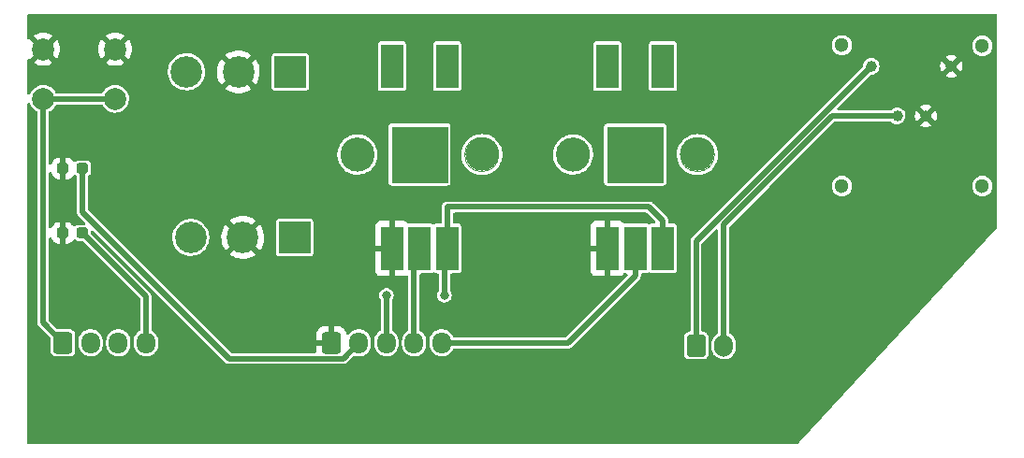
<source format=gbr>
%TF.GenerationSoftware,KiCad,Pcbnew,(6.0.1-0)*%
%TF.CreationDate,2022-04-07T08:57:16-04:00*%
%TF.ProjectId,interface-board,696e7465-7266-4616-9365-2d626f617264,rev?*%
%TF.SameCoordinates,Original*%
%TF.FileFunction,Copper,L1,Top*%
%TF.FilePolarity,Positive*%
%FSLAX46Y46*%
G04 Gerber Fmt 4.6, Leading zero omitted, Abs format (unit mm)*
G04 Created by KiCad (PCBNEW (6.0.1-0)) date 2022-04-07 08:57:16*
%MOMM*%
%LPD*%
G01*
G04 APERTURE LIST*
G04 Aperture macros list*
%AMRoundRect*
0 Rectangle with rounded corners*
0 $1 Rounding radius*
0 $2 $3 $4 $5 $6 $7 $8 $9 X,Y pos of 4 corners*
0 Add a 4 corners polygon primitive as box body*
4,1,4,$2,$3,$4,$5,$6,$7,$8,$9,$2,$3,0*
0 Add four circle primitives for the rounded corners*
1,1,$1+$1,$2,$3*
1,1,$1+$1,$4,$5*
1,1,$1+$1,$6,$7*
1,1,$1+$1,$8,$9*
0 Add four rect primitives between the rounded corners*
20,1,$1+$1,$2,$3,$4,$5,0*
20,1,$1+$1,$4,$5,$6,$7,0*
20,1,$1+$1,$6,$7,$8,$9,0*
20,1,$1+$1,$8,$9,$2,$3,0*%
G04 Aperture macros list end*
%TA.AperFunction,EtchedComponent*%
%ADD10C,0.120000*%
%TD*%
%TA.AperFunction,ComponentPad*%
%ADD11C,3.000000*%
%TD*%
%TA.AperFunction,SMDPad,CuDef*%
%ADD12R,5.000000X5.000000*%
%TD*%
%TA.AperFunction,SMDPad,CuDef*%
%ADD13R,2.000000X4.000000*%
%TD*%
%TA.AperFunction,ComponentPad*%
%ADD14RoundRect,0.250000X-0.600000X-0.750000X0.600000X-0.750000X0.600000X0.750000X-0.600000X0.750000X0*%
%TD*%
%TA.AperFunction,ComponentPad*%
%ADD15O,1.700000X2.000000*%
%TD*%
%TA.AperFunction,ComponentPad*%
%ADD16C,1.300000*%
%TD*%
%TA.AperFunction,ComponentPad*%
%ADD17C,1.000000*%
%TD*%
%TA.AperFunction,ComponentPad*%
%ADD18RoundRect,0.250000X-0.600000X-0.725000X0.600000X-0.725000X0.600000X0.725000X-0.600000X0.725000X0*%
%TD*%
%TA.AperFunction,ComponentPad*%
%ADD19O,1.700000X1.950000*%
%TD*%
%TA.AperFunction,ComponentPad*%
%ADD20C,2.000000*%
%TD*%
%TA.AperFunction,SMDPad,CuDef*%
%ADD21RoundRect,0.237500X0.287500X0.237500X-0.287500X0.237500X-0.287500X-0.237500X0.287500X-0.237500X0*%
%TD*%
%TA.AperFunction,ComponentPad*%
%ADD22R,2.850000X2.850000*%
%TD*%
%TA.AperFunction,ComponentPad*%
%ADD23C,2.850000*%
%TD*%
%TA.AperFunction,ViaPad*%
%ADD24C,0.800000*%
%TD*%
%TA.AperFunction,Conductor*%
%ADD25C,0.500000*%
%TD*%
G04 APERTURE END LIST*
D10*
%TO.C,RV1*%
X130000000Y-57000000D02*
X135000000Y-57000000D01*
X135000000Y-57000000D02*
X135000000Y-62000000D01*
X135000000Y-62000000D02*
X130000000Y-62000000D01*
X130000000Y-62000000D02*
X130000000Y-57000000D01*
G36*
X130000000Y-57000000D02*
G01*
X135000000Y-57000000D01*
X135000000Y-62000000D01*
X130000000Y-62000000D01*
X130000000Y-57000000D01*
G37*
X139671165Y-59500000D02*
G75*
G03*
X139671165Y-59500000I-1546165J0D01*
G01*
X128380199Y-59500000D02*
G75*
G03*
X128380199Y-59500000I-1505199J0D01*
G01*
%TO.C,RV2*%
X110500000Y-57000000D02*
X115500000Y-57000000D01*
X115500000Y-57000000D02*
X115500000Y-62000000D01*
X115500000Y-62000000D02*
X110500000Y-62000000D01*
X110500000Y-62000000D02*
X110500000Y-57000000D01*
G36*
X110500000Y-57000000D02*
G01*
X115500000Y-57000000D01*
X115500000Y-62000000D01*
X110500000Y-62000000D01*
X110500000Y-57000000D01*
G37*
X120171165Y-59500000D02*
G75*
G03*
X120171165Y-59500000I-1546165J0D01*
G01*
X108880199Y-59500000D02*
G75*
G03*
X108880199Y-59500000I-1505199J0D01*
G01*
%TD*%
D11*
%TO.P,RV1,*%
%TO.N,*%
X138125000Y-59500000D03*
X126875000Y-59500000D03*
D12*
%TO.P,RV1,0*%
%TO.N,N/C*%
X132500000Y-59500000D03*
D13*
%TO.P,RV1,1,1*%
%TO.N,+5V*%
X135000000Y-68000000D03*
%TO.P,RV1,2,2*%
%TO.N,/POT_REGEN*%
X132500000Y-68000000D03*
%TO.P,RV1,3,3*%
%TO.N,GND*%
X130000000Y-68000000D03*
%TO.P,RV1,4*%
%TO.N,N/C*%
X135000000Y-51500000D03*
%TO.P,RV1,5*%
X130000000Y-51500000D03*
%TD*%
D14*
%TO.P,J3,1,Pin_1*%
%TO.N,/START_BTN*%
X138000000Y-76800000D03*
D15*
%TO.P,J3,2,Pin_2*%
%TO.N,/RTD_LED*%
X140500000Y-76800000D03*
%TD*%
D16*
%TO.P,SW3,*%
%TO.N,*%
X163900000Y-49650000D03*
X151200000Y-49600000D03*
X163900000Y-62350000D03*
X151200000Y-62350000D03*
D17*
%TO.P,SW3,1,1*%
%TO.N,/START_BTN*%
X153850000Y-51500000D03*
%TO.P,SW3,2,2*%
%TO.N,GND*%
X161100000Y-51500000D03*
%TO.P,SW3,3,K*%
%TO.N,/RTD_LED*%
X156200000Y-56000000D03*
%TO.P,SW3,4,A*%
%TO.N,GND*%
X158800000Y-56000000D03*
%TD*%
D18*
%TO.P,J1,1,Pin_1*%
%TO.N,GND*%
X105000000Y-76550000D03*
D19*
%TO.P,J1,2,Pin_2*%
%TO.N,/AMS_LED*%
X107500000Y-76550000D03*
%TO.P,J1,3,Pin_3*%
%TO.N,+5V*%
X110000000Y-76550000D03*
%TO.P,J1,4,Pin_4*%
%TO.N,/POT_BRAKE*%
X112500000Y-76550000D03*
%TO.P,J1,5,Pin_5*%
%TO.N,/POT_REGEN*%
X115000000Y-76550000D03*
%TD*%
D20*
%TO.P,SW4,1,1*%
%TO.N,/LCD_BTN*%
X85450000Y-54450000D03*
X78950000Y-54450000D03*
%TO.P,SW4,2,2*%
%TO.N,GND*%
X78950000Y-49950000D03*
X85450000Y-49950000D03*
%TD*%
D18*
%TO.P,J2,1,Pin_1*%
%TO.N,/LCD_BTN*%
X80750000Y-76550000D03*
D19*
%TO.P,J2,2,Pin_2*%
%TO.N,/SW_DIRECTION*%
X83250000Y-76550000D03*
%TO.P,J2,3,Pin_3*%
%TO.N,/SW_COOLING*%
X85750000Y-76550000D03*
%TO.P,J2,4,Pin_4*%
%TO.N,/IMD_LED*%
X88250000Y-76550000D03*
%TD*%
D21*
%TO.P,D2,1,K*%
%TO.N,/AMS_LED*%
X82500000Y-60750000D03*
%TO.P,D2,2,A*%
%TO.N,GND*%
X80750000Y-60750000D03*
%TD*%
D22*
%TO.P,SW1,1,A*%
%TO.N,/SW_DIRECTION*%
X101300000Y-52000000D03*
D23*
%TO.P,SW1,2,B*%
%TO.N,GND*%
X96600000Y-52000000D03*
%TO.P,SW1,3*%
%TO.N,N/C*%
X91900000Y-52000000D03*
%TD*%
D11*
%TO.P,RV2,*%
%TO.N,*%
X118625000Y-59500000D03*
X107375000Y-59500000D03*
D12*
%TO.P,RV2,0*%
%TO.N,N/C*%
X113000000Y-59500000D03*
D13*
%TO.P,RV2,1,1*%
%TO.N,+5V*%
X115500000Y-68000000D03*
%TO.P,RV2,2,2*%
%TO.N,/POT_BRAKE*%
X113000000Y-68000000D03*
%TO.P,RV2,3,3*%
%TO.N,GND*%
X110500000Y-68000000D03*
%TO.P,RV2,4*%
%TO.N,N/C*%
X115500000Y-51500000D03*
%TO.P,RV2,5*%
X110500000Y-51500000D03*
%TD*%
D22*
%TO.P,SW2,1,A*%
%TO.N,/SW_COOLING*%
X101700000Y-67000000D03*
D23*
%TO.P,SW2,2,B*%
%TO.N,GND*%
X97000000Y-67000000D03*
%TO.P,SW2,3*%
%TO.N,N/C*%
X92300000Y-67000000D03*
%TD*%
D21*
%TO.P,D1,1,K*%
%TO.N,/IMD_LED*%
X82475000Y-66600000D03*
%TO.P,D1,2,A*%
%TO.N,GND*%
X80725000Y-66600000D03*
%TD*%
D24*
%TO.N,GND*%
X119000000Y-67750000D03*
X126750000Y-68000000D03*
X107250000Y-67750000D03*
X122750000Y-67750000D03*
%TO.N,+5V*%
X110000000Y-72250000D03*
X115250000Y-72250000D03*
%TD*%
D25*
%TO.N,/IMD_LED*%
X88250000Y-76550000D02*
X88250000Y-72375000D01*
X88250000Y-72375000D02*
X82475000Y-66600000D01*
%TO.N,/AMS_LED*%
X95774520Y-77974520D02*
X106075480Y-77974520D01*
X82500000Y-64700000D02*
X95774520Y-77974520D01*
X82500000Y-60750000D02*
X82500000Y-64700000D01*
X106075480Y-77974520D02*
X107500000Y-76550000D01*
%TO.N,+5V*%
X110000000Y-76550000D02*
X110000000Y-72250000D01*
X115500000Y-64250000D02*
X133750000Y-64250000D01*
X115250000Y-68250000D02*
X115500000Y-68000000D01*
X115250000Y-72250000D02*
X115250000Y-68250000D01*
X133750000Y-64250000D02*
X135000000Y-65500000D01*
X115500000Y-68000000D02*
X115500000Y-64250000D01*
X135000000Y-65500000D02*
X135000000Y-68000000D01*
%TO.N,/START_BTN*%
X138000000Y-76800000D02*
X138000000Y-67350000D01*
X138000000Y-67350000D02*
X153850000Y-51500000D01*
%TO.N,/RTD_LED*%
X140500000Y-76800000D02*
X140500000Y-65839270D01*
X140500000Y-65839270D02*
X150339270Y-56000000D01*
X150339270Y-56000000D02*
X156200000Y-56000000D01*
%TO.N,/POT_REGEN*%
X115000000Y-76550000D02*
X126450000Y-76550000D01*
X132500000Y-70500000D02*
X132500000Y-68000000D01*
X126450000Y-76550000D02*
X132500000Y-70500000D01*
%TO.N,/POT_BRAKE*%
X112500000Y-68500000D02*
X113000000Y-68000000D01*
X112500000Y-76550000D02*
X112500000Y-68500000D01*
%TO.N,/LCD_BTN*%
X78950000Y-74750000D02*
X80750000Y-76550000D01*
X85450000Y-54450000D02*
X78950000Y-54450000D01*
X78950000Y-54450000D02*
X78950000Y-74750000D01*
%TD*%
%TA.AperFunction,Conductor*%
%TO.N,GND*%
G36*
X165175500Y-46769962D02*
G01*
X165230038Y-46824500D01*
X165250000Y-46899000D01*
X165250000Y-66093997D01*
X165230038Y-66168497D01*
X165210487Y-66195060D01*
X156312939Y-75834070D01*
X147321701Y-85574578D01*
X147317574Y-85578873D01*
X147190088Y-85706359D01*
X147123293Y-85744923D01*
X147084729Y-85750000D01*
X77649000Y-85750000D01*
X77574500Y-85730038D01*
X77519962Y-85675500D01*
X77500000Y-85601000D01*
X77500000Y-54971497D01*
X77519962Y-54896997D01*
X77574500Y-54842459D01*
X77649000Y-54822497D01*
X77723500Y-54842459D01*
X77778038Y-54896997D01*
X77784039Y-54908524D01*
X77862898Y-55077638D01*
X77988402Y-55256877D01*
X78143123Y-55411598D01*
X78322361Y-55537102D01*
X78328266Y-55539855D01*
X78328265Y-55539855D01*
X78363469Y-55556271D01*
X78422553Y-55605847D01*
X78448933Y-55678323D01*
X78449500Y-55691311D01*
X78449500Y-74678491D01*
X78449020Y-74690440D01*
X78448324Y-74699094D01*
X78445981Y-74709447D01*
X78446638Y-74720039D01*
X78446638Y-74720042D01*
X78449214Y-74761554D01*
X78449500Y-74770781D01*
X78449500Y-74785940D01*
X78450251Y-74791183D01*
X78450816Y-74795127D01*
X78452035Y-74807025D01*
X78454859Y-74852538D01*
X78458464Y-74862523D01*
X78460440Y-74872066D01*
X78463172Y-74881410D01*
X78464677Y-74891918D01*
X78469070Y-74901581D01*
X78469071Y-74901583D01*
X78483550Y-74933427D01*
X78488054Y-74944489D01*
X78503540Y-74987387D01*
X78509804Y-74995962D01*
X78514375Y-75004558D01*
X78519620Y-75012759D01*
X78524016Y-75022428D01*
X78530947Y-75030471D01*
X78530949Y-75030475D01*
X78553784Y-75056976D01*
X78561222Y-75066344D01*
X78568522Y-75076336D01*
X78578672Y-75086486D01*
X78586189Y-75094583D01*
X78617600Y-75131037D01*
X78626508Y-75136811D01*
X78634508Y-75143790D01*
X78634263Y-75144071D01*
X78644702Y-75152516D01*
X79605859Y-76113673D01*
X79644423Y-76180468D01*
X79649500Y-76219032D01*
X79649501Y-77322376D01*
X79656149Y-77383580D01*
X79706474Y-77517824D01*
X79792454Y-77632546D01*
X79800948Y-77638912D01*
X79849815Y-77675536D01*
X79907176Y-77718526D01*
X80041420Y-77768851D01*
X80050705Y-77769860D01*
X80050706Y-77769860D01*
X80069925Y-77771948D01*
X80102623Y-77775500D01*
X80106662Y-77775500D01*
X80750963Y-77775499D01*
X81397376Y-77775499D01*
X81427178Y-77772262D01*
X81449294Y-77769860D01*
X81449297Y-77769859D01*
X81458580Y-77768851D01*
X81592824Y-77718526D01*
X81650185Y-77675536D01*
X81699052Y-77638912D01*
X81707546Y-77632546D01*
X81793526Y-77517824D01*
X81843851Y-77383580D01*
X81850500Y-77322377D01*
X81850500Y-76727469D01*
X82149500Y-76727469D01*
X82164439Y-76884046D01*
X82166434Y-76890848D01*
X82166435Y-76890851D01*
X82213983Y-77052927D01*
X82223553Y-77085549D01*
X82319705Y-77272239D01*
X82324083Y-77277813D01*
X82324086Y-77277817D01*
X82394026Y-77366854D01*
X82449424Y-77437379D01*
X82454778Y-77442025D01*
X82454779Y-77442026D01*
X82551917Y-77526318D01*
X82608029Y-77575010D01*
X82789799Y-77680166D01*
X82796496Y-77682492D01*
X82796497Y-77682492D01*
X82827291Y-77693185D01*
X82988174Y-77749053D01*
X82995193Y-77750071D01*
X82995194Y-77750071D01*
X83035734Y-77755949D01*
X83195996Y-77779186D01*
X83346552Y-77772218D01*
X83398682Y-77769805D01*
X83398683Y-77769805D01*
X83405767Y-77769477D01*
X83609918Y-77720276D01*
X83616373Y-77717341D01*
X83616379Y-77717339D01*
X83794628Y-77636294D01*
X83801081Y-77633360D01*
X83846141Y-77601397D01*
X83889886Y-77570366D01*
X83972360Y-77511863D01*
X84117575Y-77360169D01*
X84121721Y-77353749D01*
X84179683Y-77263981D01*
X84231485Y-77183754D01*
X84309981Y-76988981D01*
X84338258Y-76844183D01*
X84349201Y-76788148D01*
X84349201Y-76788146D01*
X84350230Y-76782878D01*
X84350500Y-76777357D01*
X84350500Y-76727469D01*
X84649500Y-76727469D01*
X84664439Y-76884046D01*
X84666434Y-76890848D01*
X84666435Y-76890851D01*
X84713983Y-77052927D01*
X84723553Y-77085549D01*
X84819705Y-77272239D01*
X84824083Y-77277813D01*
X84824086Y-77277817D01*
X84894026Y-77366854D01*
X84949424Y-77437379D01*
X84954778Y-77442025D01*
X84954779Y-77442026D01*
X85051917Y-77526318D01*
X85108029Y-77575010D01*
X85289799Y-77680166D01*
X85296496Y-77682492D01*
X85296497Y-77682492D01*
X85327291Y-77693185D01*
X85488174Y-77749053D01*
X85495193Y-77750071D01*
X85495194Y-77750071D01*
X85535734Y-77755949D01*
X85695996Y-77779186D01*
X85846552Y-77772218D01*
X85898682Y-77769805D01*
X85898683Y-77769805D01*
X85905767Y-77769477D01*
X86109918Y-77720276D01*
X86116373Y-77717341D01*
X86116379Y-77717339D01*
X86294628Y-77636294D01*
X86301081Y-77633360D01*
X86346141Y-77601397D01*
X86389886Y-77570366D01*
X86472360Y-77511863D01*
X86617575Y-77360169D01*
X86621721Y-77353749D01*
X86679683Y-77263981D01*
X86731485Y-77183754D01*
X86809981Y-76988981D01*
X86838258Y-76844183D01*
X86849201Y-76788148D01*
X86849201Y-76788146D01*
X86850230Y-76782878D01*
X86850500Y-76777357D01*
X86850500Y-76372531D01*
X86835561Y-76215954D01*
X86813645Y-76141246D01*
X86778442Y-76021251D01*
X86778442Y-76021250D01*
X86776447Y-76014451D01*
X86772436Y-76006662D01*
X86711125Y-75887621D01*
X86680295Y-75827761D01*
X86675917Y-75822187D01*
X86675914Y-75822183D01*
X86554956Y-75668197D01*
X86550576Y-75662621D01*
X86470647Y-75593262D01*
X86397323Y-75529634D01*
X86397321Y-75529633D01*
X86391971Y-75524990D01*
X86210201Y-75419834D01*
X86011826Y-75350947D01*
X86004807Y-75349929D01*
X86004806Y-75349929D01*
X85957175Y-75343023D01*
X85804004Y-75320814D01*
X85653448Y-75327782D01*
X85601318Y-75330195D01*
X85601317Y-75330195D01*
X85594233Y-75330523D01*
X85390082Y-75379724D01*
X85383627Y-75382659D01*
X85383621Y-75382661D01*
X85211130Y-75461088D01*
X85198919Y-75466640D01*
X85027640Y-75588137D01*
X84882425Y-75739831D01*
X84878577Y-75745790D01*
X84878575Y-75745793D01*
X84872560Y-75755109D01*
X84768515Y-75916246D01*
X84690019Y-76111019D01*
X84676457Y-76180468D01*
X84657726Y-76276384D01*
X84649770Y-76317122D01*
X84649500Y-76322643D01*
X84649500Y-76727469D01*
X84350500Y-76727469D01*
X84350500Y-76372531D01*
X84335561Y-76215954D01*
X84313645Y-76141246D01*
X84278442Y-76021251D01*
X84278442Y-76021250D01*
X84276447Y-76014451D01*
X84272436Y-76006662D01*
X84211125Y-75887621D01*
X84180295Y-75827761D01*
X84175917Y-75822187D01*
X84175914Y-75822183D01*
X84054956Y-75668197D01*
X84050576Y-75662621D01*
X83970647Y-75593262D01*
X83897323Y-75529634D01*
X83897321Y-75529633D01*
X83891971Y-75524990D01*
X83710201Y-75419834D01*
X83511826Y-75350947D01*
X83504807Y-75349929D01*
X83504806Y-75349929D01*
X83457175Y-75343023D01*
X83304004Y-75320814D01*
X83153448Y-75327782D01*
X83101318Y-75330195D01*
X83101317Y-75330195D01*
X83094233Y-75330523D01*
X82890082Y-75379724D01*
X82883627Y-75382659D01*
X82883621Y-75382661D01*
X82711130Y-75461088D01*
X82698919Y-75466640D01*
X82527640Y-75588137D01*
X82382425Y-75739831D01*
X82378577Y-75745790D01*
X82378575Y-75745793D01*
X82372560Y-75755109D01*
X82268515Y-75916246D01*
X82190019Y-76111019D01*
X82176457Y-76180468D01*
X82157726Y-76276384D01*
X82149770Y-76317122D01*
X82149500Y-76322643D01*
X82149500Y-76727469D01*
X81850500Y-76727469D01*
X81850499Y-75777624D01*
X81847042Y-75745793D01*
X81844860Y-75725706D01*
X81844859Y-75725703D01*
X81843851Y-75716420D01*
X81793526Y-75582176D01*
X81707546Y-75467454D01*
X81675114Y-75443147D01*
X81601318Y-75387840D01*
X81592824Y-75381474D01*
X81458580Y-75331149D01*
X81449295Y-75330140D01*
X81449294Y-75330140D01*
X81430075Y-75328052D01*
X81397377Y-75324500D01*
X81325815Y-75324500D01*
X80294032Y-75324501D01*
X80219532Y-75304539D01*
X80188673Y-75280860D01*
X79494141Y-74586327D01*
X79455577Y-74519532D01*
X79450500Y-74480968D01*
X79450500Y-67152207D01*
X79470462Y-67077707D01*
X79525000Y-67023169D01*
X79599500Y-67003207D01*
X79674000Y-67023169D01*
X79728538Y-67077707D01*
X79740841Y-67105052D01*
X79755061Y-67147676D01*
X79762360Y-67163258D01*
X79844724Y-67296357D01*
X79855404Y-67309833D01*
X79966184Y-67420420D01*
X79979678Y-67431077D01*
X80112919Y-67513207D01*
X80128512Y-67520478D01*
X80277576Y-67569920D01*
X80293383Y-67573309D01*
X80384182Y-67582612D01*
X80391774Y-67583000D01*
X80451384Y-67583000D01*
X80466855Y-67578855D01*
X80471000Y-67563384D01*
X80979000Y-67563384D01*
X80983145Y-67578855D01*
X80998616Y-67583000D01*
X81058175Y-67583000D01*
X81065872Y-67582602D01*
X81157878Y-67573055D01*
X81173726Y-67569632D01*
X81322676Y-67519939D01*
X81338258Y-67512640D01*
X81471357Y-67430276D01*
X81484833Y-67419596D01*
X81595420Y-67308816D01*
X81606072Y-67295328D01*
X81640061Y-67240186D01*
X81696147Y-67187241D01*
X81771190Y-67169432D01*
X81845085Y-67191530D01*
X81856260Y-67199139D01*
X81881213Y-67217840D01*
X81950741Y-67269949D01*
X82081632Y-67319017D01*
X82090916Y-67320026D01*
X82090918Y-67320026D01*
X82110847Y-67322191D01*
X82141309Y-67325500D01*
X82162891Y-67325500D01*
X82430967Y-67325499D01*
X82505467Y-67345461D01*
X82536326Y-67369140D01*
X87705859Y-72538673D01*
X87744423Y-72605468D01*
X87749500Y-72644032D01*
X87749500Y-75353774D01*
X87729538Y-75428274D01*
X87686708Y-75475302D01*
X87527640Y-75588137D01*
X87382425Y-75739831D01*
X87378577Y-75745790D01*
X87378575Y-75745793D01*
X87372560Y-75755109D01*
X87268515Y-75916246D01*
X87190019Y-76111019D01*
X87176457Y-76180468D01*
X87157726Y-76276384D01*
X87149770Y-76317122D01*
X87149500Y-76322643D01*
X87149500Y-76727469D01*
X87164439Y-76884046D01*
X87166434Y-76890848D01*
X87166435Y-76890851D01*
X87213983Y-77052927D01*
X87223553Y-77085549D01*
X87319705Y-77272239D01*
X87324083Y-77277813D01*
X87324086Y-77277817D01*
X87394026Y-77366854D01*
X87449424Y-77437379D01*
X87454778Y-77442025D01*
X87454779Y-77442026D01*
X87551917Y-77526318D01*
X87608029Y-77575010D01*
X87789799Y-77680166D01*
X87796496Y-77682492D01*
X87796497Y-77682492D01*
X87827291Y-77693185D01*
X87988174Y-77749053D01*
X87995193Y-77750071D01*
X87995194Y-77750071D01*
X88035734Y-77755949D01*
X88195996Y-77779186D01*
X88346552Y-77772218D01*
X88398682Y-77769805D01*
X88398683Y-77769805D01*
X88405767Y-77769477D01*
X88609918Y-77720276D01*
X88616373Y-77717341D01*
X88616379Y-77717339D01*
X88794628Y-77636294D01*
X88801081Y-77633360D01*
X88846141Y-77601397D01*
X88889886Y-77570366D01*
X88972360Y-77511863D01*
X89117575Y-77360169D01*
X89121721Y-77353749D01*
X89179683Y-77263981D01*
X89231485Y-77183754D01*
X89309981Y-76988981D01*
X89338258Y-76844183D01*
X89349201Y-76788148D01*
X89349201Y-76788146D01*
X89350230Y-76782878D01*
X89350500Y-76777357D01*
X89350500Y-76372531D01*
X89335561Y-76215954D01*
X89313645Y-76141246D01*
X89278442Y-76021251D01*
X89278442Y-76021250D01*
X89276447Y-76014451D01*
X89272436Y-76006662D01*
X89211125Y-75887621D01*
X89180295Y-75827761D01*
X89175917Y-75822187D01*
X89175914Y-75822183D01*
X89054956Y-75668197D01*
X89050576Y-75662621D01*
X88970647Y-75593262D01*
X88897323Y-75529634D01*
X88897321Y-75529633D01*
X88891971Y-75524990D01*
X88885839Y-75521442D01*
X88885834Y-75521439D01*
X88824888Y-75486181D01*
X88770397Y-75431595D01*
X88750500Y-75357208D01*
X88750500Y-72446496D01*
X88750980Y-72434546D01*
X88751675Y-72425906D01*
X88754018Y-72415552D01*
X88753031Y-72399633D01*
X88750786Y-72363455D01*
X88750500Y-72354229D01*
X88750500Y-72339060D01*
X88749181Y-72329851D01*
X88747964Y-72317966D01*
X88745798Y-72283056D01*
X88745141Y-72272462D01*
X88741536Y-72262477D01*
X88739560Y-72252934D01*
X88736828Y-72243590D01*
X88735323Y-72233082D01*
X88716450Y-72191572D01*
X88711946Y-72180511D01*
X88696460Y-72137613D01*
X88690196Y-72129038D01*
X88685625Y-72120442D01*
X88680380Y-72112241D01*
X88675984Y-72102572D01*
X88669053Y-72094529D01*
X88669051Y-72094525D01*
X88646216Y-72068024D01*
X88638776Y-72058654D01*
X88631478Y-72048664D01*
X88621328Y-72038514D01*
X88613810Y-72030416D01*
X88589330Y-72002006D01*
X88582400Y-71993963D01*
X88573492Y-71988189D01*
X88565492Y-71981210D01*
X88565737Y-71980929D01*
X88555298Y-71972484D01*
X83294141Y-66711327D01*
X83255577Y-66644532D01*
X83250500Y-66605968D01*
X83250500Y-66518032D01*
X83270462Y-66443532D01*
X83325000Y-66388994D01*
X83399500Y-66369032D01*
X83474000Y-66388994D01*
X83504859Y-66412673D01*
X95370052Y-78277866D01*
X95378161Y-78286654D01*
X95383787Y-78293264D01*
X95389450Y-78302240D01*
X95428589Y-78336806D01*
X95435300Y-78343114D01*
X95446026Y-78353840D01*
X95453470Y-78359419D01*
X95462713Y-78366944D01*
X95496908Y-78397143D01*
X95506516Y-78401654D01*
X95514662Y-78407005D01*
X95523203Y-78411681D01*
X95531696Y-78418046D01*
X95541635Y-78421772D01*
X95541637Y-78421773D01*
X95574395Y-78434054D01*
X95585415Y-78438698D01*
X95617068Y-78453559D01*
X95617070Y-78453560D01*
X95626683Y-78458073D01*
X95637179Y-78459707D01*
X95646494Y-78462555D01*
X95655995Y-78464644D01*
X95665939Y-78468372D01*
X95676526Y-78469159D01*
X95676527Y-78469159D01*
X95711408Y-78471751D01*
X95723286Y-78473114D01*
X95729848Y-78474136D01*
X95729853Y-78474136D01*
X95735529Y-78475020D01*
X95749881Y-78475020D01*
X95760920Y-78475430D01*
X95808911Y-78478996D01*
X95819293Y-78476780D01*
X95829883Y-78476058D01*
X95829908Y-78476430D01*
X95843262Y-78475020D01*
X106003971Y-78475020D01*
X106015920Y-78475500D01*
X106024574Y-78476196D01*
X106034927Y-78478539D01*
X106045519Y-78477882D01*
X106045522Y-78477882D01*
X106087034Y-78475306D01*
X106096261Y-78475020D01*
X106111420Y-78475020D01*
X106120614Y-78473703D01*
X106132505Y-78472485D01*
X106178018Y-78469661D01*
X106188003Y-78466056D01*
X106197546Y-78464080D01*
X106206890Y-78461348D01*
X106217398Y-78459843D01*
X106227061Y-78455450D01*
X106227063Y-78455449D01*
X106258907Y-78440970D01*
X106269969Y-78436466D01*
X106312867Y-78420980D01*
X106321442Y-78414716D01*
X106330038Y-78410145D01*
X106338239Y-78404900D01*
X106347908Y-78400504D01*
X106355951Y-78393573D01*
X106355955Y-78393571D01*
X106382456Y-78370736D01*
X106391826Y-78363296D01*
X106392231Y-78363000D01*
X106401816Y-78355998D01*
X106411966Y-78345848D01*
X106420064Y-78338330D01*
X106448474Y-78313850D01*
X106456517Y-78306920D01*
X106462291Y-78298012D01*
X106469270Y-78290012D01*
X106469551Y-78290257D01*
X106477996Y-78279818D01*
X107001865Y-77755949D01*
X107068660Y-77717385D01*
X107145788Y-77717385D01*
X107156096Y-77720551D01*
X107238174Y-77749053D01*
X107245193Y-77750071D01*
X107245194Y-77750071D01*
X107285734Y-77755949D01*
X107445996Y-77779186D01*
X107596552Y-77772218D01*
X107648682Y-77769805D01*
X107648683Y-77769805D01*
X107655767Y-77769477D01*
X107859918Y-77720276D01*
X107866373Y-77717341D01*
X107866379Y-77717339D01*
X108044628Y-77636294D01*
X108051081Y-77633360D01*
X108096141Y-77601397D01*
X108139886Y-77570366D01*
X108222360Y-77511863D01*
X108367575Y-77360169D01*
X108371721Y-77353749D01*
X108429683Y-77263981D01*
X108481485Y-77183754D01*
X108559981Y-76988981D01*
X108588258Y-76844183D01*
X108599201Y-76788148D01*
X108599201Y-76788146D01*
X108600230Y-76782878D01*
X108600500Y-76777357D01*
X108600500Y-76727469D01*
X108899500Y-76727469D01*
X108914439Y-76884046D01*
X108916434Y-76890848D01*
X108916435Y-76890851D01*
X108963983Y-77052927D01*
X108973553Y-77085549D01*
X109069705Y-77272239D01*
X109074083Y-77277813D01*
X109074086Y-77277817D01*
X109144026Y-77366854D01*
X109199424Y-77437379D01*
X109204778Y-77442025D01*
X109204779Y-77442026D01*
X109301917Y-77526318D01*
X109358029Y-77575010D01*
X109539799Y-77680166D01*
X109546496Y-77682492D01*
X109546497Y-77682492D01*
X109577291Y-77693185D01*
X109738174Y-77749053D01*
X109745193Y-77750071D01*
X109745194Y-77750071D01*
X109785734Y-77755949D01*
X109945996Y-77779186D01*
X110096552Y-77772218D01*
X110148682Y-77769805D01*
X110148683Y-77769805D01*
X110155767Y-77769477D01*
X110359918Y-77720276D01*
X110366373Y-77717341D01*
X110366379Y-77717339D01*
X110544628Y-77636294D01*
X110551081Y-77633360D01*
X110596141Y-77601397D01*
X110639886Y-77570366D01*
X110722360Y-77511863D01*
X110867575Y-77360169D01*
X110871721Y-77353749D01*
X110929683Y-77263981D01*
X110981485Y-77183754D01*
X111059981Y-76988981D01*
X111088258Y-76844183D01*
X111099201Y-76788148D01*
X111099201Y-76788146D01*
X111100230Y-76782878D01*
X111100500Y-76777357D01*
X111100500Y-76372531D01*
X111085561Y-76215954D01*
X111063645Y-76141246D01*
X111028442Y-76021251D01*
X111028442Y-76021250D01*
X111026447Y-76014451D01*
X111022436Y-76006662D01*
X110961125Y-75887621D01*
X110930295Y-75827761D01*
X110925917Y-75822187D01*
X110925914Y-75822183D01*
X110804956Y-75668197D01*
X110800576Y-75662621D01*
X110720647Y-75593262D01*
X110647323Y-75529634D01*
X110647321Y-75529633D01*
X110641971Y-75524990D01*
X110635839Y-75521442D01*
X110635834Y-75521439D01*
X110574888Y-75486181D01*
X110520397Y-75431595D01*
X110500500Y-75357208D01*
X110500500Y-72716264D01*
X110520462Y-72641764D01*
X110528500Y-72629316D01*
X110568983Y-72572977D01*
X110568984Y-72572975D01*
X110574224Y-72565683D01*
X110626941Y-72434546D01*
X110629601Y-72427930D01*
X110629602Y-72427927D01*
X110632950Y-72419598D01*
X110655134Y-72263723D01*
X110655278Y-72250000D01*
X110636363Y-72093694D01*
X110590562Y-71972484D01*
X110583885Y-71954813D01*
X110583883Y-71954809D01*
X110580710Y-71946412D01*
X110520061Y-71858168D01*
X110496624Y-71824067D01*
X110496623Y-71824066D01*
X110491531Y-71816657D01*
X110373976Y-71711919D01*
X110234831Y-71638245D01*
X110226119Y-71636057D01*
X110226117Y-71636056D01*
X110090840Y-71602077D01*
X110090838Y-71602077D01*
X110082128Y-71599889D01*
X109924684Y-71599065D01*
X109915955Y-71601161D01*
X109915952Y-71601161D01*
X109844207Y-71618386D01*
X109771588Y-71635820D01*
X109631679Y-71708032D01*
X109513034Y-71811533D01*
X109422501Y-71940348D01*
X109365309Y-72087039D01*
X109344758Y-72243138D01*
X109345744Y-72252069D01*
X109345744Y-72252070D01*
X109355934Y-72344366D01*
X109362035Y-72399633D01*
X109416143Y-72547490D01*
X109421154Y-72554947D01*
X109474172Y-72633846D01*
X109499155Y-72706816D01*
X109499500Y-72716950D01*
X109499500Y-75353774D01*
X109479538Y-75428274D01*
X109436708Y-75475302D01*
X109277640Y-75588137D01*
X109132425Y-75739831D01*
X109128577Y-75745790D01*
X109128575Y-75745793D01*
X109122560Y-75755109D01*
X109018515Y-75916246D01*
X108940019Y-76111019D01*
X108926457Y-76180468D01*
X108907726Y-76276384D01*
X108899770Y-76317122D01*
X108899500Y-76322643D01*
X108899500Y-76727469D01*
X108600500Y-76727469D01*
X108600500Y-76372531D01*
X108585561Y-76215954D01*
X108563645Y-76141246D01*
X108528442Y-76021251D01*
X108528442Y-76021250D01*
X108526447Y-76014451D01*
X108522436Y-76006662D01*
X108461125Y-75887621D01*
X108430295Y-75827761D01*
X108425917Y-75822187D01*
X108425914Y-75822183D01*
X108304956Y-75668197D01*
X108300576Y-75662621D01*
X108220647Y-75593262D01*
X108147323Y-75529634D01*
X108147321Y-75529633D01*
X108141971Y-75524990D01*
X107960201Y-75419834D01*
X107761826Y-75350947D01*
X107754807Y-75349929D01*
X107754806Y-75349929D01*
X107707175Y-75343023D01*
X107554004Y-75320814D01*
X107403448Y-75327782D01*
X107351318Y-75330195D01*
X107351317Y-75330195D01*
X107344233Y-75330523D01*
X107140082Y-75379724D01*
X107133627Y-75382659D01*
X107133621Y-75382661D01*
X106961130Y-75461088D01*
X106948919Y-75466640D01*
X106777640Y-75588137D01*
X106632425Y-75739831D01*
X106628575Y-75745794D01*
X106628570Y-75745800D01*
X106622559Y-75755109D01*
X106565377Y-75806868D01*
X106489977Y-75823101D01*
X106416562Y-75799458D01*
X106364803Y-75742276D01*
X106349181Y-75689660D01*
X106347872Y-75677038D01*
X106344453Y-75661207D01*
X106293832Y-75509476D01*
X106286539Y-75493907D01*
X106202641Y-75358331D01*
X106191952Y-75344844D01*
X106079117Y-75232205D01*
X106065623Y-75221548D01*
X105929895Y-75137885D01*
X105914307Y-75130616D01*
X105762482Y-75080257D01*
X105746667Y-75076867D01*
X105654151Y-75067388D01*
X105646555Y-75067000D01*
X105273616Y-75067000D01*
X105258145Y-75071145D01*
X105254000Y-75086616D01*
X105254000Y-76655000D01*
X105234038Y-76729500D01*
X105179500Y-76784038D01*
X105105000Y-76804000D01*
X103661617Y-76804000D01*
X103646146Y-76808145D01*
X103642001Y-76823616D01*
X103642001Y-77325020D01*
X103622039Y-77399520D01*
X103567501Y-77454058D01*
X103493001Y-77474020D01*
X96043552Y-77474020D01*
X95969052Y-77454058D01*
X95938193Y-77430379D01*
X94784198Y-76276384D01*
X103642000Y-76276384D01*
X103646145Y-76291855D01*
X103661616Y-76296000D01*
X104726384Y-76296000D01*
X104741855Y-76291855D01*
X104746000Y-76276384D01*
X104746000Y-75086617D01*
X104741855Y-75071146D01*
X104726384Y-75067001D01*
X104353497Y-75067001D01*
X104345796Y-75067400D01*
X104252047Y-75077127D01*
X104236207Y-75080547D01*
X104084476Y-75131168D01*
X104068907Y-75138461D01*
X103933331Y-75222359D01*
X103919844Y-75233048D01*
X103807205Y-75345883D01*
X103796548Y-75359377D01*
X103712885Y-75495105D01*
X103705616Y-75510693D01*
X103655257Y-75662518D01*
X103651867Y-75678333D01*
X103642388Y-75770849D01*
X103642000Y-75778445D01*
X103642000Y-76276384D01*
X94784198Y-76276384D01*
X88551874Y-70044060D01*
X108992001Y-70044060D01*
X108992436Y-70052091D01*
X108997740Y-70100923D01*
X109002027Y-70118953D01*
X109046101Y-70236520D01*
X109056196Y-70254959D01*
X109130728Y-70354407D01*
X109145593Y-70369272D01*
X109245041Y-70443804D01*
X109263480Y-70453899D01*
X109381044Y-70497972D01*
X109399079Y-70502261D01*
X109447912Y-70507566D01*
X109455938Y-70508000D01*
X110226384Y-70508000D01*
X110241855Y-70503855D01*
X110246000Y-70488384D01*
X110246000Y-70488383D01*
X110754000Y-70488383D01*
X110758145Y-70503854D01*
X110773616Y-70507999D01*
X111544060Y-70507999D01*
X111552091Y-70507564D01*
X111600923Y-70502260D01*
X111618953Y-70497973D01*
X111736520Y-70453899D01*
X111754959Y-70443804D01*
X111761142Y-70439170D01*
X111832729Y-70410465D01*
X111909078Y-70421399D01*
X111969731Y-70469043D01*
X111998436Y-70540630D01*
X111999500Y-70558401D01*
X111999500Y-75353774D01*
X111979538Y-75428274D01*
X111936708Y-75475302D01*
X111777640Y-75588137D01*
X111632425Y-75739831D01*
X111628577Y-75745790D01*
X111628575Y-75745793D01*
X111622560Y-75755109D01*
X111518515Y-75916246D01*
X111440019Y-76111019D01*
X111426457Y-76180468D01*
X111407726Y-76276384D01*
X111399770Y-76317122D01*
X111399500Y-76322643D01*
X111399500Y-76727469D01*
X111414439Y-76884046D01*
X111416434Y-76890848D01*
X111416435Y-76890851D01*
X111463983Y-77052927D01*
X111473553Y-77085549D01*
X111569705Y-77272239D01*
X111574083Y-77277813D01*
X111574086Y-77277817D01*
X111644026Y-77366854D01*
X111699424Y-77437379D01*
X111704778Y-77442025D01*
X111704779Y-77442026D01*
X111801917Y-77526318D01*
X111858029Y-77575010D01*
X112039799Y-77680166D01*
X112046496Y-77682492D01*
X112046497Y-77682492D01*
X112077291Y-77693185D01*
X112238174Y-77749053D01*
X112245193Y-77750071D01*
X112245194Y-77750071D01*
X112285734Y-77755949D01*
X112445996Y-77779186D01*
X112596552Y-77772218D01*
X112648682Y-77769805D01*
X112648683Y-77769805D01*
X112655767Y-77769477D01*
X112859918Y-77720276D01*
X112866373Y-77717341D01*
X112866379Y-77717339D01*
X113044628Y-77636294D01*
X113051081Y-77633360D01*
X113096141Y-77601397D01*
X113139886Y-77570366D01*
X113222360Y-77511863D01*
X113367575Y-77360169D01*
X113371721Y-77353749D01*
X113429683Y-77263981D01*
X113481485Y-77183754D01*
X113559981Y-76988981D01*
X113588258Y-76844183D01*
X113599201Y-76788148D01*
X113599201Y-76788146D01*
X113600230Y-76782878D01*
X113600500Y-76777357D01*
X113600500Y-76372531D01*
X113585561Y-76215954D01*
X113563645Y-76141246D01*
X113528442Y-76021251D01*
X113528442Y-76021250D01*
X113526447Y-76014451D01*
X113522436Y-76006662D01*
X113461125Y-75887621D01*
X113430295Y-75827761D01*
X113425917Y-75822187D01*
X113425914Y-75822183D01*
X113304956Y-75668197D01*
X113300576Y-75662621D01*
X113220647Y-75593262D01*
X113147323Y-75529634D01*
X113147321Y-75529633D01*
X113141971Y-75524990D01*
X113135839Y-75521442D01*
X113135834Y-75521439D01*
X113074888Y-75486181D01*
X113020397Y-75431595D01*
X113000500Y-75357208D01*
X113000500Y-70399500D01*
X113020462Y-70325000D01*
X113075000Y-70270462D01*
X113149500Y-70250500D01*
X114024674Y-70250500D01*
X114097740Y-70235966D01*
X114167221Y-70189541D01*
X114240256Y-70164750D01*
X114315902Y-70179797D01*
X114332778Y-70189541D01*
X114402260Y-70235966D01*
X114475326Y-70250500D01*
X114600500Y-70250500D01*
X114675000Y-70270462D01*
X114729538Y-70325000D01*
X114749500Y-70399500D01*
X114749500Y-71783668D01*
X114729538Y-71858168D01*
X114722407Y-71869339D01*
X114672501Y-71940348D01*
X114615309Y-72087039D01*
X114594758Y-72243138D01*
X114595744Y-72252069D01*
X114595744Y-72252070D01*
X114605934Y-72344366D01*
X114612035Y-72399633D01*
X114666143Y-72547490D01*
X114671154Y-72554947D01*
X114731017Y-72644032D01*
X114753958Y-72678172D01*
X114760600Y-72684215D01*
X114760601Y-72684217D01*
X114819939Y-72738210D01*
X114870410Y-72784135D01*
X115008776Y-72859262D01*
X115063940Y-72873734D01*
X115152384Y-72896937D01*
X115152388Y-72896937D01*
X115161069Y-72899215D01*
X115318495Y-72901688D01*
X115369031Y-72890114D01*
X115463210Y-72868544D01*
X115463211Y-72868544D01*
X115471968Y-72866538D01*
X115479995Y-72862501D01*
X115604599Y-72799832D01*
X115604601Y-72799831D01*
X115612625Y-72795795D01*
X115732348Y-72693542D01*
X115739049Y-72684217D01*
X115818981Y-72572980D01*
X115818982Y-72572977D01*
X115824224Y-72565683D01*
X115876941Y-72434546D01*
X115879601Y-72427930D01*
X115879602Y-72427927D01*
X115882950Y-72419598D01*
X115905134Y-72263723D01*
X115905278Y-72250000D01*
X115886363Y-72093694D01*
X115840562Y-71972484D01*
X115833885Y-71954813D01*
X115833883Y-71954809D01*
X115830710Y-71946412D01*
X115776706Y-71867836D01*
X115750959Y-71795134D01*
X115750500Y-71783442D01*
X115750500Y-70399500D01*
X115770462Y-70325000D01*
X115825000Y-70270462D01*
X115899500Y-70250500D01*
X116524674Y-70250500D01*
X116597740Y-70235966D01*
X116680601Y-70180601D01*
X116735966Y-70097740D01*
X116746644Y-70044060D01*
X128492001Y-70044060D01*
X128492436Y-70052091D01*
X128497740Y-70100923D01*
X128502027Y-70118953D01*
X128546101Y-70236520D01*
X128556196Y-70254959D01*
X128630728Y-70354407D01*
X128645593Y-70369272D01*
X128745041Y-70443804D01*
X128763480Y-70453899D01*
X128881044Y-70497972D01*
X128899079Y-70502261D01*
X128947912Y-70507566D01*
X128955938Y-70508000D01*
X129726384Y-70508000D01*
X129741855Y-70503855D01*
X129746000Y-70488384D01*
X129746000Y-68273616D01*
X129741855Y-68258145D01*
X129726384Y-68254000D01*
X128511617Y-68254000D01*
X128496146Y-68258145D01*
X128492001Y-68273616D01*
X128492001Y-70044060D01*
X116746644Y-70044060D01*
X116750500Y-70024674D01*
X116750500Y-67726384D01*
X128492000Y-67726384D01*
X128496145Y-67741855D01*
X128511616Y-67746000D01*
X129726384Y-67746000D01*
X129741855Y-67741855D01*
X129746000Y-67726384D01*
X129746000Y-65511617D01*
X129741855Y-65496146D01*
X129726384Y-65492001D01*
X128955940Y-65492001D01*
X128947909Y-65492436D01*
X128899077Y-65497740D01*
X128881047Y-65502027D01*
X128763480Y-65546101D01*
X128745041Y-65556196D01*
X128645593Y-65630728D01*
X128630728Y-65645593D01*
X128556196Y-65745041D01*
X128546101Y-65763480D01*
X128502028Y-65881044D01*
X128497739Y-65899079D01*
X128492434Y-65947912D01*
X128492000Y-65955938D01*
X128492000Y-67726384D01*
X116750500Y-67726384D01*
X116750500Y-65975326D01*
X116735966Y-65902260D01*
X116680601Y-65819399D01*
X116597740Y-65764034D01*
X116524674Y-65749500D01*
X116149500Y-65749500D01*
X116075000Y-65729538D01*
X116020462Y-65675000D01*
X116000500Y-65600500D01*
X116000500Y-64899500D01*
X116020462Y-64825000D01*
X116075000Y-64770462D01*
X116149500Y-64750500D01*
X133480968Y-64750500D01*
X133555468Y-64770462D01*
X133586327Y-64794141D01*
X134019759Y-65227572D01*
X134287328Y-65495141D01*
X134325892Y-65561936D01*
X134325892Y-65639064D01*
X134287328Y-65705859D01*
X134220533Y-65744423D01*
X134181969Y-65749500D01*
X133975326Y-65749500D01*
X133902260Y-65764034D01*
X133890061Y-65772185D01*
X133832779Y-65810459D01*
X133759744Y-65835250D01*
X133684098Y-65820203D01*
X133667221Y-65810459D01*
X133609939Y-65772185D01*
X133597740Y-65764034D01*
X133524674Y-65749500D01*
X131521678Y-65749500D01*
X131447178Y-65729538D01*
X131402447Y-65689859D01*
X131369270Y-65645591D01*
X131354407Y-65630728D01*
X131254959Y-65556196D01*
X131236520Y-65546101D01*
X131118956Y-65502028D01*
X131100921Y-65497739D01*
X131052088Y-65492434D01*
X131044062Y-65492000D01*
X130273616Y-65492000D01*
X130258145Y-65496145D01*
X130254000Y-65511616D01*
X130254000Y-70488383D01*
X130258145Y-70503854D01*
X130273616Y-70507999D01*
X131044060Y-70507999D01*
X131052091Y-70507564D01*
X131100923Y-70502260D01*
X131118953Y-70497973D01*
X131236520Y-70453899D01*
X131254959Y-70443804D01*
X131354407Y-70369272D01*
X131369270Y-70354409D01*
X131402447Y-70310141D01*
X131463100Y-70262498D01*
X131521678Y-70250500D01*
X131681968Y-70250500D01*
X131756468Y-70270462D01*
X131811006Y-70325000D01*
X131830968Y-70399500D01*
X131811006Y-70474000D01*
X131787327Y-70504859D01*
X126286327Y-76005859D01*
X126219532Y-76044423D01*
X126180968Y-76049500D01*
X116135358Y-76049500D01*
X116060858Y-76029538D01*
X116002897Y-75968726D01*
X115930295Y-75827761D01*
X115925917Y-75822187D01*
X115925914Y-75822183D01*
X115804956Y-75668197D01*
X115800576Y-75662621D01*
X115720647Y-75593262D01*
X115647323Y-75529634D01*
X115647321Y-75529633D01*
X115641971Y-75524990D01*
X115460201Y-75419834D01*
X115261826Y-75350947D01*
X115254807Y-75349929D01*
X115254806Y-75349929D01*
X115207175Y-75343023D01*
X115054004Y-75320814D01*
X114903448Y-75327782D01*
X114851318Y-75330195D01*
X114851317Y-75330195D01*
X114844233Y-75330523D01*
X114640082Y-75379724D01*
X114633627Y-75382659D01*
X114633621Y-75382661D01*
X114461130Y-75461088D01*
X114448919Y-75466640D01*
X114277640Y-75588137D01*
X114132425Y-75739831D01*
X114128577Y-75745790D01*
X114128575Y-75745793D01*
X114122560Y-75755109D01*
X114018515Y-75916246D01*
X113940019Y-76111019D01*
X113926457Y-76180468D01*
X113907726Y-76276384D01*
X113899770Y-76317122D01*
X113899500Y-76322643D01*
X113899500Y-76727469D01*
X113914439Y-76884046D01*
X113916434Y-76890848D01*
X113916435Y-76890851D01*
X113963983Y-77052927D01*
X113973553Y-77085549D01*
X114069705Y-77272239D01*
X114074083Y-77277813D01*
X114074086Y-77277817D01*
X114144026Y-77366854D01*
X114199424Y-77437379D01*
X114204778Y-77442025D01*
X114204779Y-77442026D01*
X114301917Y-77526318D01*
X114358029Y-77575010D01*
X114539799Y-77680166D01*
X114546496Y-77682492D01*
X114546497Y-77682492D01*
X114577291Y-77693185D01*
X114738174Y-77749053D01*
X114745193Y-77750071D01*
X114745194Y-77750071D01*
X114785734Y-77755949D01*
X114945996Y-77779186D01*
X115096552Y-77772218D01*
X115148682Y-77769805D01*
X115148683Y-77769805D01*
X115155767Y-77769477D01*
X115359918Y-77720276D01*
X115366373Y-77717341D01*
X115366379Y-77717339D01*
X115544628Y-77636294D01*
X115551081Y-77633360D01*
X115596141Y-77601397D01*
X115639886Y-77570366D01*
X115722360Y-77511863D01*
X115867575Y-77360169D01*
X115871721Y-77353749D01*
X115929683Y-77263981D01*
X115981485Y-77183754D01*
X115984136Y-77177176D01*
X115984138Y-77177173D01*
X115997585Y-77143805D01*
X116043947Y-77082167D01*
X116114917Y-77051968D01*
X116135784Y-77050500D01*
X126378491Y-77050500D01*
X126390440Y-77050980D01*
X126399094Y-77051676D01*
X126409447Y-77054019D01*
X126420039Y-77053362D01*
X126420042Y-77053362D01*
X126461554Y-77050786D01*
X126470781Y-77050500D01*
X126485940Y-77050500D01*
X126495134Y-77049183D01*
X126507025Y-77047965D01*
X126552538Y-77045141D01*
X126562523Y-77041536D01*
X126572066Y-77039560D01*
X126581410Y-77036828D01*
X126591918Y-77035323D01*
X126601581Y-77030930D01*
X126601583Y-77030929D01*
X126633427Y-77016450D01*
X126644489Y-77011946D01*
X126687387Y-76996460D01*
X126695962Y-76990196D01*
X126704558Y-76985625D01*
X126712759Y-76980380D01*
X126722428Y-76975984D01*
X126730471Y-76969053D01*
X126730475Y-76969051D01*
X126756976Y-76946216D01*
X126766346Y-76938776D01*
X126776336Y-76931478D01*
X126786486Y-76921328D01*
X126794584Y-76913810D01*
X126822994Y-76889330D01*
X126831037Y-76882400D01*
X126836811Y-76873492D01*
X126843790Y-76865492D01*
X126844071Y-76865737D01*
X126852516Y-76855298D01*
X127705191Y-76002623D01*
X136899500Y-76002623D01*
X136899501Y-77597376D01*
X136899936Y-77601377D01*
X136904013Y-77638912D01*
X136906149Y-77658580D01*
X136956474Y-77792824D01*
X137042454Y-77907546D01*
X137157176Y-77993526D01*
X137291420Y-78043851D01*
X137300705Y-78044860D01*
X137300706Y-78044860D01*
X137319925Y-78046948D01*
X137352623Y-78050500D01*
X137356662Y-78050500D01*
X138000963Y-78050499D01*
X138647376Y-78050499D01*
X138677178Y-78047262D01*
X138699294Y-78044860D01*
X138699297Y-78044859D01*
X138708580Y-78043851D01*
X138842824Y-77993526D01*
X138957546Y-77907546D01*
X139043526Y-77792824D01*
X139093851Y-77658580D01*
X139100500Y-77597377D01*
X139100499Y-76002624D01*
X139093851Y-75941420D01*
X139043526Y-75807176D01*
X138957546Y-75692454D01*
X138925114Y-75668147D01*
X138851318Y-75612840D01*
X138842824Y-75606474D01*
X138807581Y-75593262D01*
X138717324Y-75559427D01*
X138717325Y-75559427D01*
X138708580Y-75556149D01*
X138699295Y-75555140D01*
X138699294Y-75555140D01*
X138680075Y-75553052D01*
X138647377Y-75549500D01*
X138643337Y-75549500D01*
X138641437Y-75549397D01*
X138568127Y-75525432D01*
X138516620Y-75468023D01*
X138500500Y-75400615D01*
X138500500Y-67619032D01*
X138520462Y-67544532D01*
X138544141Y-67513673D01*
X139745141Y-66312673D01*
X139811936Y-66274109D01*
X139889064Y-66274109D01*
X139955859Y-66312673D01*
X139994423Y-66379468D01*
X139999500Y-66418032D01*
X139999500Y-75578774D01*
X139979538Y-75653274D01*
X139936708Y-75700302D01*
X139777640Y-75813137D01*
X139632425Y-75964831D01*
X139628577Y-75970790D01*
X139628575Y-75970793D01*
X139610606Y-75998623D01*
X139518515Y-76141246D01*
X139440019Y-76336019D01*
X139399770Y-76542122D01*
X139399500Y-76547643D01*
X139399500Y-77002469D01*
X139414439Y-77159046D01*
X139416434Y-77165848D01*
X139416435Y-77165851D01*
X139447646Y-77272239D01*
X139473553Y-77360549D01*
X139569705Y-77547239D01*
X139574083Y-77552813D01*
X139574086Y-77552817D01*
X139649870Y-77649294D01*
X139699424Y-77712379D01*
X139704778Y-77717025D01*
X139704779Y-77717026D01*
X139801917Y-77801318D01*
X139858029Y-77850010D01*
X140039799Y-77955166D01*
X140238174Y-78024053D01*
X140245193Y-78025071D01*
X140245194Y-78025071D01*
X140292825Y-78031977D01*
X140445996Y-78054186D01*
X140596552Y-78047218D01*
X140648682Y-78044805D01*
X140648683Y-78044805D01*
X140655767Y-78044477D01*
X140859918Y-77995276D01*
X140866373Y-77992341D01*
X140866379Y-77992339D01*
X141044628Y-77911294D01*
X141051081Y-77908360D01*
X141222360Y-77786863D01*
X141367575Y-77635169D01*
X141374754Y-77624052D01*
X141450502Y-77506738D01*
X141481485Y-77458754D01*
X141559981Y-77263981D01*
X141600230Y-77057878D01*
X141600500Y-77052357D01*
X141600500Y-76597531D01*
X141585561Y-76440954D01*
X141552847Y-76329439D01*
X141528442Y-76246251D01*
X141528442Y-76246250D01*
X141526447Y-76239451D01*
X141515931Y-76219032D01*
X141433544Y-76059070D01*
X141430295Y-76052761D01*
X141425917Y-76047187D01*
X141425914Y-76047183D01*
X141304956Y-75893197D01*
X141300576Y-75887621D01*
X141220647Y-75818262D01*
X141147323Y-75754634D01*
X141147321Y-75754633D01*
X141141971Y-75749990D01*
X141135839Y-75746442D01*
X141135834Y-75746439D01*
X141074888Y-75711181D01*
X141020397Y-75656595D01*
X141000500Y-75582208D01*
X141000500Y-66108302D01*
X141020462Y-66033802D01*
X141044141Y-66002943D01*
X144600336Y-62446748D01*
X150279500Y-62446748D01*
X150319731Y-62636017D01*
X150398433Y-62812785D01*
X150403022Y-62819101D01*
X150507579Y-62963013D01*
X150507582Y-62963017D01*
X150512167Y-62969327D01*
X150655964Y-63098802D01*
X150823537Y-63195550D01*
X151007563Y-63255344D01*
X151015323Y-63256160D01*
X151015325Y-63256160D01*
X151055712Y-63260405D01*
X151151762Y-63270500D01*
X151248238Y-63270500D01*
X151344288Y-63260405D01*
X151384675Y-63256160D01*
X151384677Y-63256160D01*
X151392437Y-63255344D01*
X151576463Y-63195550D01*
X151744036Y-63098802D01*
X151887833Y-62969327D01*
X151892418Y-62963017D01*
X151892421Y-62963013D01*
X151996978Y-62819101D01*
X152001567Y-62812785D01*
X152080269Y-62636017D01*
X152120500Y-62446748D01*
X162979500Y-62446748D01*
X163019731Y-62636017D01*
X163098433Y-62812785D01*
X163103022Y-62819101D01*
X163207579Y-62963013D01*
X163207582Y-62963017D01*
X163212167Y-62969327D01*
X163355964Y-63098802D01*
X163523537Y-63195550D01*
X163707563Y-63255344D01*
X163715323Y-63256160D01*
X163715325Y-63256160D01*
X163755712Y-63260405D01*
X163851762Y-63270500D01*
X163948238Y-63270500D01*
X164044288Y-63260405D01*
X164084675Y-63256160D01*
X164084677Y-63256160D01*
X164092437Y-63255344D01*
X164276463Y-63195550D01*
X164444036Y-63098802D01*
X164587833Y-62969327D01*
X164592418Y-62963017D01*
X164592421Y-62963013D01*
X164696978Y-62819101D01*
X164701567Y-62812785D01*
X164780269Y-62636017D01*
X164820500Y-62446748D01*
X164820500Y-62253252D01*
X164793981Y-62128490D01*
X164781893Y-62071622D01*
X164781892Y-62071620D01*
X164780269Y-62063983D01*
X164701567Y-61887215D01*
X164674241Y-61849604D01*
X164592421Y-61736987D01*
X164592418Y-61736983D01*
X164587833Y-61730673D01*
X164444036Y-61601198D01*
X164409186Y-61581077D01*
X164385201Y-61567229D01*
X164276463Y-61504450D01*
X164092437Y-61444656D01*
X164084677Y-61443840D01*
X164084675Y-61443840D01*
X164044288Y-61439595D01*
X163948238Y-61429500D01*
X163851762Y-61429500D01*
X163755712Y-61439595D01*
X163715325Y-61443840D01*
X163715323Y-61443840D01*
X163707563Y-61444656D01*
X163523537Y-61504450D01*
X163414799Y-61567229D01*
X163390815Y-61581077D01*
X163355964Y-61601198D01*
X163212167Y-61730673D01*
X163207582Y-61736983D01*
X163207579Y-61736987D01*
X163125759Y-61849604D01*
X163098433Y-61887215D01*
X163019731Y-62063983D01*
X163018108Y-62071620D01*
X163018107Y-62071622D01*
X163006019Y-62128490D01*
X162979500Y-62253252D01*
X162979500Y-62446748D01*
X152120500Y-62446748D01*
X152120500Y-62253252D01*
X152093981Y-62128490D01*
X152081893Y-62071622D01*
X152081892Y-62071620D01*
X152080269Y-62063983D01*
X152001567Y-61887215D01*
X151974241Y-61849604D01*
X151892421Y-61736987D01*
X151892418Y-61736983D01*
X151887833Y-61730673D01*
X151744036Y-61601198D01*
X151709186Y-61581077D01*
X151685201Y-61567229D01*
X151576463Y-61504450D01*
X151392437Y-61444656D01*
X151384677Y-61443840D01*
X151384675Y-61443840D01*
X151344288Y-61439595D01*
X151248238Y-61429500D01*
X151151762Y-61429500D01*
X151055712Y-61439595D01*
X151015325Y-61443840D01*
X151015323Y-61443840D01*
X151007563Y-61444656D01*
X150823537Y-61504450D01*
X150714799Y-61567229D01*
X150690815Y-61581077D01*
X150655964Y-61601198D01*
X150512167Y-61730673D01*
X150507582Y-61736983D01*
X150507579Y-61736987D01*
X150425759Y-61849604D01*
X150398433Y-61887215D01*
X150319731Y-62063983D01*
X150318108Y-62071620D01*
X150318107Y-62071622D01*
X150306019Y-62128490D01*
X150279500Y-62253252D01*
X150279500Y-62446748D01*
X144600336Y-62446748D01*
X150177520Y-56869564D01*
X158295509Y-56869564D01*
X158298235Y-56874286D01*
X158298630Y-56874585D01*
X158388135Y-56924608D01*
X158401428Y-56930415D01*
X158575570Y-56986997D01*
X158589733Y-56990111D01*
X158771557Y-57011793D01*
X158786049Y-57012096D01*
X158968619Y-56998048D01*
X158982903Y-56995529D01*
X159159262Y-56946289D01*
X159172785Y-56941044D01*
X159294166Y-56879729D01*
X159306106Y-56869054D01*
X159305324Y-56865310D01*
X159303289Y-56862499D01*
X158813871Y-56373081D01*
X158800000Y-56365073D01*
X158786129Y-56373081D01*
X158303517Y-56855693D01*
X158295509Y-56869564D01*
X150177520Y-56869564D01*
X150502943Y-56544141D01*
X150569738Y-56505577D01*
X150608302Y-56500500D01*
X155576704Y-56500500D01*
X155651204Y-56520462D01*
X155683884Y-56545994D01*
X155698063Y-56560677D01*
X155712799Y-56575937D01*
X155712802Y-56575939D01*
X155718586Y-56581929D01*
X155739838Y-56595836D01*
X155852503Y-56669563D01*
X155852506Y-56669564D01*
X155859475Y-56674125D01*
X156017289Y-56732815D01*
X156025543Y-56733916D01*
X156025546Y-56733917D01*
X156175928Y-56753982D01*
X156175932Y-56753982D01*
X156184183Y-56755083D01*
X156292053Y-56745266D01*
X156343570Y-56740578D01*
X156343572Y-56740578D01*
X156351864Y-56739823D01*
X156511997Y-56687793D01*
X156656623Y-56601578D01*
X156778554Y-56485465D01*
X156871731Y-56345223D01*
X156931521Y-56187823D01*
X156933243Y-56175575D01*
X156954303Y-56025725D01*
X156954955Y-56021088D01*
X156955249Y-56000000D01*
X156954477Y-55993119D01*
X157787832Y-55993119D01*
X157803153Y-56175575D01*
X157805773Y-56189854D01*
X157856242Y-56365861D01*
X157861582Y-56379347D01*
X157920460Y-56493912D01*
X157931221Y-56505780D01*
X157935226Y-56504914D01*
X157937626Y-56503164D01*
X158426919Y-56013871D01*
X158434927Y-56000000D01*
X159165073Y-56000000D01*
X159173081Y-56013871D01*
X159655602Y-56496392D01*
X159669473Y-56504400D01*
X159674429Y-56501539D01*
X159721712Y-56418306D01*
X159727607Y-56405066D01*
X159785407Y-56231313D01*
X159788619Y-56217171D01*
X159811961Y-56032407D01*
X159812540Y-56024119D01*
X159812819Y-56004176D01*
X159812470Y-55995849D01*
X159794298Y-55810520D01*
X159791479Y-55796282D01*
X159738560Y-55621008D01*
X159733026Y-55607582D01*
X159679266Y-55506473D01*
X159668343Y-55494759D01*
X159663821Y-55495803D01*
X159662227Y-55496983D01*
X159173081Y-55986129D01*
X159165073Y-56000000D01*
X158434927Y-56000000D01*
X158426919Y-55986129D01*
X157944180Y-55503390D01*
X157930309Y-55495382D01*
X157925821Y-55497973D01*
X157925225Y-55498767D01*
X157872540Y-55594599D01*
X157866825Y-55607932D01*
X157811462Y-55782460D01*
X157808444Y-55796657D01*
X157788034Y-55978617D01*
X157787832Y-55993119D01*
X156954477Y-55993119D01*
X156936481Y-55832676D01*
X156881108Y-55673668D01*
X156791884Y-55530879D01*
X156718476Y-55456957D01*
X156679110Y-55417315D01*
X156673242Y-55411406D01*
X156666212Y-55406945D01*
X156666210Y-55406943D01*
X156538112Y-55325650D01*
X156538110Y-55325649D01*
X156531079Y-55321187D01*
X156523233Y-55318393D01*
X156380304Y-55267498D01*
X156380301Y-55267497D01*
X156372462Y-55264706D01*
X156364199Y-55263721D01*
X156364196Y-55263720D01*
X156262146Y-55251551D01*
X156205273Y-55244769D01*
X156196995Y-55245639D01*
X156196993Y-55245639D01*
X156121547Y-55253569D01*
X156037821Y-55262369D01*
X155878431Y-55316630D01*
X155735022Y-55404856D01*
X155681817Y-55456958D01*
X155614623Y-55494819D01*
X155577569Y-55499500D01*
X150918032Y-55499500D01*
X150843532Y-55479538D01*
X150788994Y-55425000D01*
X150769032Y-55350500D01*
X150788994Y-55276000D01*
X150812673Y-55245141D01*
X150926356Y-55131458D01*
X158294510Y-55131458D01*
X158295464Y-55135724D01*
X158296929Y-55137719D01*
X158786129Y-55626919D01*
X158800000Y-55634927D01*
X158813871Y-55626919D01*
X159296775Y-55144015D01*
X159304783Y-55130144D01*
X159302327Y-55125890D01*
X159301137Y-55125003D01*
X159198917Y-55069733D01*
X159185543Y-55064111D01*
X159010626Y-55009965D01*
X158996421Y-55007049D01*
X158814312Y-54987909D01*
X158799820Y-54987808D01*
X158617462Y-55004404D01*
X158603217Y-55007121D01*
X158427557Y-55058821D01*
X158414113Y-55064253D01*
X158306300Y-55120616D01*
X158294510Y-55131458D01*
X150926356Y-55131458D01*
X153688250Y-52369564D01*
X160595509Y-52369564D01*
X160598235Y-52374286D01*
X160598630Y-52374585D01*
X160688135Y-52424608D01*
X160701428Y-52430415D01*
X160875570Y-52486997D01*
X160889733Y-52490111D01*
X161071557Y-52511793D01*
X161086049Y-52512096D01*
X161268619Y-52498048D01*
X161282903Y-52495529D01*
X161459262Y-52446289D01*
X161472785Y-52441044D01*
X161594166Y-52379729D01*
X161606106Y-52369054D01*
X161605324Y-52365310D01*
X161603289Y-52362499D01*
X161113871Y-51873081D01*
X161100000Y-51865073D01*
X161086129Y-51873081D01*
X160603517Y-52355693D01*
X160595509Y-52369564D01*
X153688250Y-52369564D01*
X153761443Y-52296371D01*
X153828238Y-52257807D01*
X153853293Y-52253344D01*
X153936548Y-52245767D01*
X153993571Y-52240578D01*
X153993574Y-52240577D01*
X154001864Y-52239823D01*
X154161997Y-52187793D01*
X154306623Y-52101578D01*
X154428554Y-51985465D01*
X154521731Y-51845223D01*
X154581521Y-51687823D01*
X154583243Y-51675575D01*
X154604303Y-51525725D01*
X154604955Y-51521088D01*
X154605249Y-51500000D01*
X154604477Y-51493119D01*
X160087832Y-51493119D01*
X160103153Y-51675575D01*
X160105773Y-51689854D01*
X160156242Y-51865861D01*
X160161582Y-51879347D01*
X160220460Y-51993912D01*
X160231221Y-52005780D01*
X160235226Y-52004914D01*
X160237626Y-52003164D01*
X160726919Y-51513871D01*
X160734927Y-51500000D01*
X161465073Y-51500000D01*
X161473081Y-51513871D01*
X161955602Y-51996392D01*
X161969473Y-52004400D01*
X161974429Y-52001539D01*
X162021712Y-51918306D01*
X162027607Y-51905066D01*
X162085407Y-51731313D01*
X162088619Y-51717171D01*
X162111961Y-51532407D01*
X162112540Y-51524119D01*
X162112819Y-51504176D01*
X162112470Y-51495849D01*
X162094298Y-51310520D01*
X162091479Y-51296282D01*
X162038560Y-51121008D01*
X162033026Y-51107582D01*
X161979266Y-51006473D01*
X161968343Y-50994759D01*
X161963821Y-50995803D01*
X161962227Y-50996983D01*
X161473081Y-51486129D01*
X161465073Y-51500000D01*
X160734927Y-51500000D01*
X160726919Y-51486129D01*
X160244180Y-51003390D01*
X160230309Y-50995382D01*
X160225821Y-50997973D01*
X160225225Y-50998767D01*
X160172540Y-51094599D01*
X160166825Y-51107932D01*
X160111462Y-51282460D01*
X160108444Y-51296657D01*
X160088034Y-51478617D01*
X160087832Y-51493119D01*
X154604477Y-51493119D01*
X154586481Y-51332676D01*
X154531108Y-51173668D01*
X154441884Y-51030879D01*
X154323242Y-50911406D01*
X154316212Y-50906945D01*
X154316210Y-50906943D01*
X154188112Y-50825650D01*
X154188110Y-50825649D01*
X154181079Y-50821187D01*
X154173233Y-50818393D01*
X154030304Y-50767498D01*
X154030301Y-50767497D01*
X154022462Y-50764706D01*
X154014199Y-50763721D01*
X154014196Y-50763720D01*
X153919685Y-50752450D01*
X153855273Y-50744769D01*
X153846995Y-50745639D01*
X153846993Y-50745639D01*
X153771547Y-50753569D01*
X153687821Y-50762369D01*
X153528431Y-50816630D01*
X153521335Y-50820996D01*
X153521334Y-50820996D01*
X153490249Y-50840120D01*
X153385022Y-50904856D01*
X153333200Y-50955604D01*
X153281255Y-51006473D01*
X153264724Y-51022661D01*
X153173515Y-51164190D01*
X153115927Y-51322409D01*
X153114884Y-51330668D01*
X153114883Y-51330671D01*
X153107845Y-51386389D01*
X153094825Y-51489455D01*
X153094876Y-51489977D01*
X153074790Y-51560958D01*
X153052165Y-51590021D01*
X137696654Y-66945532D01*
X137687866Y-66953641D01*
X137681256Y-66959267D01*
X137672280Y-66964930D01*
X137637714Y-67004069D01*
X137631406Y-67010780D01*
X137620680Y-67021506D01*
X137615101Y-67028950D01*
X137607576Y-67038193D01*
X137577377Y-67072388D01*
X137572866Y-67081997D01*
X137567512Y-67090147D01*
X137562838Y-67098685D01*
X137556474Y-67107176D01*
X137552749Y-67117112D01*
X137552748Y-67117114D01*
X137540468Y-67149871D01*
X137535826Y-67160887D01*
X137516447Y-67202163D01*
X137514814Y-67212655D01*
X137511962Y-67221982D01*
X137509873Y-67231485D01*
X137506148Y-67241420D01*
X137505362Y-67252003D01*
X137505361Y-67252005D01*
X137502769Y-67286890D01*
X137501405Y-67298770D01*
X137499500Y-67311009D01*
X137499500Y-67325362D01*
X137499090Y-67336401D01*
X137495524Y-67384392D01*
X137497740Y-67394774D01*
X137498462Y-67405364D01*
X137498090Y-67405389D01*
X137499500Y-67418743D01*
X137499500Y-75400616D01*
X137479538Y-75475116D01*
X137425000Y-75529654D01*
X137358554Y-75549398D01*
X137356653Y-75549501D01*
X137352624Y-75549501D01*
X137322822Y-75552738D01*
X137300706Y-75555140D01*
X137300703Y-75555141D01*
X137291420Y-75556149D01*
X137157176Y-75606474D01*
X137148682Y-75612840D01*
X137074887Y-75668147D01*
X137042454Y-75692454D01*
X136956474Y-75807176D01*
X136906149Y-75941420D01*
X136899500Y-76002623D01*
X127705191Y-76002623D01*
X132803346Y-70904468D01*
X132812134Y-70896359D01*
X132818744Y-70890733D01*
X132827720Y-70885070D01*
X132862286Y-70845931D01*
X132868594Y-70839220D01*
X132879320Y-70828494D01*
X132884899Y-70821050D01*
X132892424Y-70811807D01*
X132922623Y-70777612D01*
X132927134Y-70768004D01*
X132932485Y-70759858D01*
X132937161Y-70751317D01*
X132943526Y-70742824D01*
X132947253Y-70732883D01*
X132959534Y-70700125D01*
X132964178Y-70689105D01*
X132979039Y-70657452D01*
X132979040Y-70657450D01*
X132983553Y-70647837D01*
X132985187Y-70637341D01*
X132988035Y-70628026D01*
X132990124Y-70618525D01*
X132993852Y-70608581D01*
X132997231Y-70563112D01*
X132998594Y-70551234D01*
X132999616Y-70544672D01*
X132999616Y-70544667D01*
X133000500Y-70538991D01*
X133000500Y-70524638D01*
X133000910Y-70513596D01*
X133002071Y-70497972D01*
X133004476Y-70465608D01*
X133002260Y-70455226D01*
X133001538Y-70444636D01*
X133001910Y-70444611D01*
X133000500Y-70431257D01*
X133000500Y-70399500D01*
X133020462Y-70325000D01*
X133075000Y-70270462D01*
X133149500Y-70250500D01*
X133524674Y-70250500D01*
X133597740Y-70235966D01*
X133667221Y-70189541D01*
X133740256Y-70164750D01*
X133815902Y-70179797D01*
X133832778Y-70189541D01*
X133902260Y-70235966D01*
X133975326Y-70250500D01*
X136024674Y-70250500D01*
X136097740Y-70235966D01*
X136180601Y-70180601D01*
X136235966Y-70097740D01*
X136250500Y-70024674D01*
X136250500Y-65975326D01*
X136235966Y-65902260D01*
X136180601Y-65819399D01*
X136097740Y-65764034D01*
X136024674Y-65749500D01*
X135649500Y-65749500D01*
X135575000Y-65729538D01*
X135520462Y-65675000D01*
X135500500Y-65600500D01*
X135500500Y-65571509D01*
X135500980Y-65559560D01*
X135501676Y-65550906D01*
X135504019Y-65540553D01*
X135500786Y-65488445D01*
X135500500Y-65479219D01*
X135500500Y-65464060D01*
X135499183Y-65454866D01*
X135497964Y-65442968D01*
X135495798Y-65408056D01*
X135495141Y-65397462D01*
X135491536Y-65387477D01*
X135489560Y-65377934D01*
X135486828Y-65368590D01*
X135485323Y-65358082D01*
X135480369Y-65347185D01*
X135466450Y-65316573D01*
X135461946Y-65305511D01*
X135446460Y-65262613D01*
X135440196Y-65254038D01*
X135435625Y-65245442D01*
X135430380Y-65237241D01*
X135425984Y-65227572D01*
X135419053Y-65219529D01*
X135419051Y-65219525D01*
X135396216Y-65193024D01*
X135388776Y-65183654D01*
X135381478Y-65173664D01*
X135371328Y-65163514D01*
X135363810Y-65155416D01*
X135339330Y-65127006D01*
X135332400Y-65118963D01*
X135323492Y-65113189D01*
X135315492Y-65106210D01*
X135315737Y-65105929D01*
X135305298Y-65097484D01*
X134154468Y-63946654D01*
X134146359Y-63937866D01*
X134140733Y-63931256D01*
X134135070Y-63922280D01*
X134095931Y-63887714D01*
X134089220Y-63881406D01*
X134078494Y-63870680D01*
X134071050Y-63865101D01*
X134061807Y-63857576D01*
X134027612Y-63827377D01*
X134018003Y-63822866D01*
X134009853Y-63817512D01*
X134001315Y-63812838D01*
X133992824Y-63806474D01*
X133982888Y-63802749D01*
X133982886Y-63802748D01*
X133950129Y-63790468D01*
X133939108Y-63785824D01*
X133924470Y-63778951D01*
X133897837Y-63766447D01*
X133887345Y-63764814D01*
X133878018Y-63761962D01*
X133868515Y-63759873D01*
X133858580Y-63756148D01*
X133847997Y-63755362D01*
X133847995Y-63755361D01*
X133824816Y-63753639D01*
X133813106Y-63752768D01*
X133801230Y-63751405D01*
X133794679Y-63750385D01*
X133794673Y-63750385D01*
X133788991Y-63749500D01*
X133774638Y-63749500D01*
X133763599Y-63749090D01*
X133715608Y-63745524D01*
X133705226Y-63747740D01*
X133694636Y-63748462D01*
X133694611Y-63748090D01*
X133681257Y-63749500D01*
X115508550Y-63749500D01*
X115507640Y-63749497D01*
X115431376Y-63749031D01*
X115405027Y-63756562D01*
X115385205Y-63760793D01*
X115368591Y-63763172D01*
X115368590Y-63763172D01*
X115358082Y-63764677D01*
X115348420Y-63769070D01*
X115348416Y-63769071D01*
X115336767Y-63774368D01*
X115316047Y-63781992D01*
X115293529Y-63788428D01*
X115284554Y-63794090D01*
X115284553Y-63794091D01*
X115270351Y-63803051D01*
X115252520Y-63812672D01*
X115241876Y-63817512D01*
X115227572Y-63824016D01*
X115209828Y-63839305D01*
X115192082Y-63852436D01*
X115172280Y-63864930D01*
X115165252Y-63872888D01*
X115154142Y-63885468D01*
X115139720Y-63899715D01*
X115127005Y-63910670D01*
X115127002Y-63910673D01*
X115118963Y-63917600D01*
X115113190Y-63926507D01*
X115106226Y-63937251D01*
X115092880Y-63954834D01*
X115077377Y-63972388D01*
X115072867Y-63981995D01*
X115072865Y-63981997D01*
X115065730Y-63997194D01*
X115055894Y-64014903D01*
X115040985Y-64037905D01*
X115037945Y-64048070D01*
X115034276Y-64060339D01*
X115026399Y-64080965D01*
X115016447Y-64102163D01*
X115014814Y-64112652D01*
X115012230Y-64129246D01*
X115007757Y-64149011D01*
X114999907Y-64175261D01*
X114999842Y-64185874D01*
X114999699Y-64209308D01*
X114999675Y-64209883D01*
X114999500Y-64211009D01*
X114999500Y-64241450D01*
X114999497Y-64242360D01*
X114999031Y-64318624D01*
X114999424Y-64319999D01*
X114999500Y-64321116D01*
X114999500Y-65600500D01*
X114979538Y-65675000D01*
X114925000Y-65729538D01*
X114850500Y-65749500D01*
X114475326Y-65749500D01*
X114402260Y-65764034D01*
X114390061Y-65772185D01*
X114332779Y-65810459D01*
X114259744Y-65835250D01*
X114184098Y-65820203D01*
X114167221Y-65810459D01*
X114109939Y-65772185D01*
X114097740Y-65764034D01*
X114024674Y-65749500D01*
X112021678Y-65749500D01*
X111947178Y-65729538D01*
X111902447Y-65689859D01*
X111869270Y-65645591D01*
X111854407Y-65630728D01*
X111754959Y-65556196D01*
X111736520Y-65546101D01*
X111618956Y-65502028D01*
X111600921Y-65497739D01*
X111552088Y-65492434D01*
X111544062Y-65492000D01*
X110773616Y-65492000D01*
X110758145Y-65496145D01*
X110754000Y-65511616D01*
X110754000Y-70488383D01*
X110246000Y-70488383D01*
X110246000Y-68273616D01*
X110241855Y-68258145D01*
X110226384Y-68254000D01*
X109011617Y-68254000D01*
X108996146Y-68258145D01*
X108992001Y-68273616D01*
X108992001Y-70044060D01*
X88551874Y-70044060D01*
X85463832Y-66956018D01*
X90620378Y-66956018D01*
X90626223Y-67077707D01*
X90632056Y-67199139D01*
X90632326Y-67204765D01*
X90633406Y-67210193D01*
X90675059Y-67419596D01*
X90680910Y-67449013D01*
X90682777Y-67454212D01*
X90682778Y-67454217D01*
X90728873Y-67582602D01*
X90765063Y-67683398D01*
X90882935Y-67902770D01*
X90886243Y-67907200D01*
X90886245Y-67907203D01*
X90966982Y-68015323D01*
X91031938Y-68102309D01*
X91208799Y-68277633D01*
X91213252Y-68280898D01*
X91213259Y-68280904D01*
X91405169Y-68421618D01*
X91405175Y-68421622D01*
X91409631Y-68424889D01*
X91414524Y-68427463D01*
X91414525Y-68427464D01*
X91625126Y-68538267D01*
X91625131Y-68538269D01*
X91630023Y-68540843D01*
X91635244Y-68542666D01*
X91635248Y-68542668D01*
X91838808Y-68613754D01*
X91865133Y-68622947D01*
X92109796Y-68669397D01*
X92115319Y-68669614D01*
X92353113Y-68678957D01*
X92353114Y-68678957D01*
X92358638Y-68679174D01*
X92364134Y-68678572D01*
X92364136Y-68678572D01*
X92600689Y-68652666D01*
X92600693Y-68652665D01*
X92606192Y-68652063D01*
X92611537Y-68650656D01*
X92611541Y-68650655D01*
X92701838Y-68626881D01*
X92847019Y-68588658D01*
X92971293Y-68535266D01*
X95829807Y-68535266D01*
X95835006Y-68544272D01*
X95881589Y-68582196D01*
X95890191Y-68588242D01*
X96115680Y-68723997D01*
X96125046Y-68728769D01*
X96367422Y-68831403D01*
X96377360Y-68834805D01*
X96631764Y-68902259D01*
X96642108Y-68904232D01*
X96903484Y-68935168D01*
X96913969Y-68935663D01*
X97177120Y-68929461D01*
X97187566Y-68928473D01*
X97447205Y-68885258D01*
X97457425Y-68882805D01*
X97708389Y-68803435D01*
X97718143Y-68799573D01*
X97955417Y-68685635D01*
X97964551Y-68680426D01*
X98162047Y-68548463D01*
X98172606Y-68536423D01*
X98170239Y-68529449D01*
X98090464Y-68449674D01*
X100024500Y-68449674D01*
X100039034Y-68522740D01*
X100094399Y-68605601D01*
X100177260Y-68660966D01*
X100250326Y-68675500D01*
X103149674Y-68675500D01*
X103222740Y-68660966D01*
X103305601Y-68605601D01*
X103360966Y-68522740D01*
X103375500Y-68449674D01*
X103375500Y-67726384D01*
X108992000Y-67726384D01*
X108996145Y-67741855D01*
X109011616Y-67746000D01*
X110226384Y-67746000D01*
X110241855Y-67741855D01*
X110246000Y-67726384D01*
X110246000Y-65511617D01*
X110241855Y-65496146D01*
X110226384Y-65492001D01*
X109455940Y-65492001D01*
X109447909Y-65492436D01*
X109399077Y-65497740D01*
X109381047Y-65502027D01*
X109263480Y-65546101D01*
X109245041Y-65556196D01*
X109145593Y-65630728D01*
X109130728Y-65645593D01*
X109056196Y-65745041D01*
X109046101Y-65763480D01*
X109002028Y-65881044D01*
X108997739Y-65899079D01*
X108992434Y-65947912D01*
X108992000Y-65955938D01*
X108992000Y-67726384D01*
X103375500Y-67726384D01*
X103375500Y-65550326D01*
X103360966Y-65477260D01*
X103305601Y-65394399D01*
X103222740Y-65339034D01*
X103149674Y-65324500D01*
X100250326Y-65324500D01*
X100177260Y-65339034D01*
X100094399Y-65394399D01*
X100039034Y-65477260D01*
X100024500Y-65550326D01*
X100024500Y-68449674D01*
X98090464Y-68449674D01*
X97013871Y-67373081D01*
X97000000Y-67365073D01*
X96986129Y-67373081D01*
X95837815Y-68521395D01*
X95829807Y-68535266D01*
X92971293Y-68535266D01*
X93075829Y-68490354D01*
X93287596Y-68359309D01*
X93477666Y-68198402D01*
X93641866Y-68011168D01*
X93776587Y-67801721D01*
X93878870Y-67574662D01*
X93887368Y-67544532D01*
X93944968Y-67340297D01*
X93944968Y-67340296D01*
X93946468Y-67334978D01*
X93977895Y-67087935D01*
X93980198Y-67000000D01*
X93979917Y-66996212D01*
X93976066Y-66944401D01*
X95063225Y-66944401D01*
X95073558Y-67207390D01*
X95074711Y-67217840D01*
X95122000Y-67476768D01*
X95124614Y-67486945D01*
X95207909Y-67736613D01*
X95211936Y-67746334D01*
X95329580Y-67981778D01*
X95334931Y-67990826D01*
X95452527Y-68160974D01*
X95464733Y-68171343D01*
X95472064Y-68168726D01*
X96626919Y-67013871D01*
X96634927Y-67000000D01*
X97365073Y-67000000D01*
X97373081Y-67013871D01*
X98522203Y-68162993D01*
X98536074Y-68171001D01*
X98545648Y-68165474D01*
X98564439Y-68143119D01*
X98570610Y-68134626D01*
X98709895Y-67911290D01*
X98714815Y-67901996D01*
X98821237Y-67661275D01*
X98824799Y-67651382D01*
X98896243Y-67398058D01*
X98898374Y-67387770D01*
X98933608Y-67125453D01*
X98934234Y-67117877D01*
X98937819Y-67003801D01*
X98937670Y-66996212D01*
X98918976Y-66732197D01*
X98917494Y-66721788D01*
X98862100Y-66464490D01*
X98859165Y-66454385D01*
X98768068Y-66207458D01*
X98763739Y-66197871D01*
X98638754Y-65966233D01*
X98633126Y-65957365D01*
X98546529Y-65840120D01*
X98534000Y-65830136D01*
X98525886Y-65833324D01*
X97373081Y-66986129D01*
X97365073Y-67000000D01*
X96634927Y-67000000D01*
X96626919Y-66986129D01*
X95479075Y-65838285D01*
X95465204Y-65830277D01*
X95456722Y-65835174D01*
X95400428Y-65906583D01*
X95394525Y-65915269D01*
X95262326Y-66142866D01*
X95257700Y-66152309D01*
X95158887Y-66396266D01*
X95155641Y-66406258D01*
X95092191Y-66661690D01*
X95090381Y-66672059D01*
X95063556Y-66933880D01*
X95063225Y-66944401D01*
X93976066Y-66944401D01*
X93962152Y-66757173D01*
X93961742Y-66751651D01*
X93928777Y-66605968D01*
X93908002Y-66514152D01*
X93908000Y-66514146D01*
X93906781Y-66508758D01*
X93816522Y-66276656D01*
X93813781Y-66271860D01*
X93813778Y-66271854D01*
X93695690Y-66065243D01*
X93695685Y-66065236D01*
X93692947Y-66060445D01*
X93538772Y-65864875D01*
X93357383Y-65694241D01*
X93152765Y-65552292D01*
X93134213Y-65543143D01*
X93070281Y-65511616D01*
X92976846Y-65465539D01*
X95829569Y-65465539D01*
X95832460Y-65473250D01*
X96986129Y-66626919D01*
X97000000Y-66634927D01*
X97013871Y-66626919D01*
X98161582Y-65479208D01*
X98169590Y-65465337D01*
X98164972Y-65457338D01*
X98068160Y-65383453D01*
X98059375Y-65377683D01*
X97829726Y-65249073D01*
X97820223Y-65244601D01*
X97574749Y-65149634D01*
X97564698Y-65146542D01*
X97308292Y-65087111D01*
X97297909Y-65085466D01*
X97035697Y-65062756D01*
X97025174Y-65062591D01*
X96762371Y-65077054D01*
X96751947Y-65078370D01*
X96493797Y-65129720D01*
X96483655Y-65132495D01*
X96235318Y-65219704D01*
X96225685Y-65223872D01*
X95992099Y-65345210D01*
X95983151Y-65350694D01*
X95839744Y-65453174D01*
X95829569Y-65465539D01*
X92976846Y-65465539D01*
X92929413Y-65442148D01*
X92924153Y-65440464D01*
X92924150Y-65440463D01*
X92697499Y-65367911D01*
X92697495Y-65367910D01*
X92692234Y-65366226D01*
X92446439Y-65326196D01*
X92308845Y-65324395D01*
X92202954Y-65323008D01*
X92202949Y-65323008D01*
X92197426Y-65322936D01*
X92191954Y-65323681D01*
X92191949Y-65323681D01*
X92100168Y-65336172D01*
X91950667Y-65356518D01*
X91878053Y-65377683D01*
X91716898Y-65424655D01*
X91716892Y-65424657D01*
X91711582Y-65426205D01*
X91671696Y-65444593D01*
X91526313Y-65511616D01*
X91485424Y-65530466D01*
X91277160Y-65667009D01*
X91091367Y-65832836D01*
X91087839Y-65837078D01*
X91087837Y-65837080D01*
X91036273Y-65899079D01*
X90932125Y-66024304D01*
X90918605Y-66046584D01*
X90805802Y-66232477D01*
X90805799Y-66232483D01*
X90802933Y-66237206D01*
X90706628Y-66466865D01*
X90645328Y-66708237D01*
X90644774Y-66713735D01*
X90644774Y-66713737D01*
X90621434Y-66945532D01*
X90620378Y-66956018D01*
X85463832Y-66956018D01*
X83044141Y-64536327D01*
X83005577Y-64469532D01*
X83000500Y-64430968D01*
X83000500Y-61969225D01*
X110186135Y-61969225D01*
X110187322Y-61982931D01*
X110187322Y-61982932D01*
X110189444Y-62007430D01*
X110190000Y-62020287D01*
X110190000Y-62028834D01*
X110191255Y-62035572D01*
X110191348Y-62036582D01*
X110193055Y-62049125D01*
X110193544Y-62054769D01*
X110196100Y-62084279D01*
X110202066Y-62096484D01*
X110202506Y-62098388D01*
X110203287Y-62100177D01*
X110205774Y-62113532D01*
X110224301Y-62143588D01*
X110231315Y-62156321D01*
X110246815Y-62188031D01*
X110256773Y-62197269D01*
X110257868Y-62198885D01*
X110259241Y-62200274D01*
X110266372Y-62211841D01*
X110294474Y-62233210D01*
X110305610Y-62242570D01*
X110331481Y-62266570D01*
X110344100Y-62271605D01*
X110345705Y-62272720D01*
X110347484Y-62273520D01*
X110358298Y-62281743D01*
X110371510Y-62285569D01*
X110392203Y-62291561D01*
X110405957Y-62296283D01*
X110438744Y-62309364D01*
X110445231Y-62310000D01*
X110448867Y-62310000D01*
X110452509Y-62310178D01*
X110452508Y-62310204D01*
X110457411Y-62310444D01*
X110469225Y-62313865D01*
X110482931Y-62312678D01*
X110482932Y-62312678D01*
X110507430Y-62310556D01*
X110520287Y-62310000D01*
X115448333Y-62310000D01*
X115457411Y-62310444D01*
X115469225Y-62313865D01*
X115482931Y-62312678D01*
X115482932Y-62312678D01*
X115507430Y-62310556D01*
X115520287Y-62310000D01*
X115528834Y-62310000D01*
X115535572Y-62308745D01*
X115536582Y-62308652D01*
X115549125Y-62306945D01*
X115560978Y-62305918D01*
X115584279Y-62303900D01*
X115596484Y-62297934D01*
X115598388Y-62297494D01*
X115600177Y-62296713D01*
X115613532Y-62294226D01*
X115643588Y-62275699D01*
X115656325Y-62268683D01*
X115660648Y-62266570D01*
X115688031Y-62253185D01*
X115697269Y-62243227D01*
X115698885Y-62242132D01*
X115700274Y-62240759D01*
X115711841Y-62233628D01*
X115733210Y-62205526D01*
X115742574Y-62194386D01*
X115766570Y-62168519D01*
X115771605Y-62155900D01*
X115772720Y-62154295D01*
X115773520Y-62152516D01*
X115781743Y-62141702D01*
X115791562Y-62107795D01*
X115796283Y-62094043D01*
X115809364Y-62061256D01*
X115810000Y-62054769D01*
X115810000Y-62051133D01*
X115810178Y-62047491D01*
X115810204Y-62047492D01*
X115810444Y-62042589D01*
X115813865Y-62030775D01*
X115810556Y-61992569D01*
X115810000Y-61979713D01*
X115810000Y-61969225D01*
X129686135Y-61969225D01*
X129687322Y-61982931D01*
X129687322Y-61982932D01*
X129689444Y-62007430D01*
X129690000Y-62020287D01*
X129690000Y-62028834D01*
X129691255Y-62035572D01*
X129691348Y-62036582D01*
X129693055Y-62049125D01*
X129693544Y-62054769D01*
X129696100Y-62084279D01*
X129702066Y-62096484D01*
X129702506Y-62098388D01*
X129703287Y-62100177D01*
X129705774Y-62113532D01*
X129724301Y-62143588D01*
X129731315Y-62156321D01*
X129746815Y-62188031D01*
X129756773Y-62197269D01*
X129757868Y-62198885D01*
X129759241Y-62200274D01*
X129766372Y-62211841D01*
X129794474Y-62233210D01*
X129805610Y-62242570D01*
X129831481Y-62266570D01*
X129844100Y-62271605D01*
X129845705Y-62272720D01*
X129847484Y-62273520D01*
X129858298Y-62281743D01*
X129871510Y-62285569D01*
X129892203Y-62291561D01*
X129905957Y-62296283D01*
X129938744Y-62309364D01*
X129945231Y-62310000D01*
X129948867Y-62310000D01*
X129952509Y-62310178D01*
X129952508Y-62310204D01*
X129957411Y-62310444D01*
X129969225Y-62313865D01*
X129982931Y-62312678D01*
X129982932Y-62312678D01*
X130007430Y-62310556D01*
X130020287Y-62310000D01*
X134948333Y-62310000D01*
X134957411Y-62310444D01*
X134969225Y-62313865D01*
X134982931Y-62312678D01*
X134982932Y-62312678D01*
X135007430Y-62310556D01*
X135020287Y-62310000D01*
X135028834Y-62310000D01*
X135035572Y-62308745D01*
X135036582Y-62308652D01*
X135049125Y-62306945D01*
X135060978Y-62305918D01*
X135084279Y-62303900D01*
X135096484Y-62297934D01*
X135098388Y-62297494D01*
X135100177Y-62296713D01*
X135113532Y-62294226D01*
X135143588Y-62275699D01*
X135156325Y-62268683D01*
X135160648Y-62266570D01*
X135188031Y-62253185D01*
X135197269Y-62243227D01*
X135198885Y-62242132D01*
X135200274Y-62240759D01*
X135211841Y-62233628D01*
X135233210Y-62205526D01*
X135242574Y-62194386D01*
X135266570Y-62168519D01*
X135271605Y-62155900D01*
X135272720Y-62154295D01*
X135273520Y-62152516D01*
X135281743Y-62141702D01*
X135291562Y-62107795D01*
X135296283Y-62094043D01*
X135309364Y-62061256D01*
X135310000Y-62054769D01*
X135310000Y-62051133D01*
X135310178Y-62047491D01*
X135310204Y-62047492D01*
X135310444Y-62042589D01*
X135313865Y-62030775D01*
X135310556Y-61992569D01*
X135310000Y-61979713D01*
X135310000Y-59441548D01*
X136265012Y-59441548D01*
X136265219Y-59446818D01*
X136265219Y-59446820D01*
X136266925Y-59490240D01*
X136267309Y-59500000D01*
X136275332Y-59704205D01*
X136276277Y-59709381D01*
X136276278Y-59709387D01*
X136314693Y-59919724D01*
X136322558Y-59962789D01*
X136343146Y-60024500D01*
X136404077Y-60207134D01*
X136404080Y-60207141D01*
X136405747Y-60212138D01*
X136523240Y-60447278D01*
X136526231Y-60451606D01*
X136526233Y-60451609D01*
X136628543Y-60599639D01*
X136672692Y-60663518D01*
X136676262Y-60667380D01*
X136676266Y-60667385D01*
X136847545Y-60852673D01*
X136847549Y-60852677D01*
X136851122Y-60856542D01*
X137054969Y-61022500D01*
X137059483Y-61025218D01*
X137059485Y-61025219D01*
X137094453Y-61046271D01*
X137280166Y-61158079D01*
X137522220Y-61260576D01*
X137527315Y-61261927D01*
X137527321Y-61261929D01*
X137771198Y-61326591D01*
X137776301Y-61327944D01*
X138037339Y-61358840D01*
X138300127Y-61352647D01*
X138444818Y-61328564D01*
X138554231Y-61310353D01*
X138554235Y-61310352D01*
X138559420Y-61309489D01*
X138641864Y-61283415D01*
X138805032Y-61231813D01*
X138805040Y-61231810D01*
X138810045Y-61230227D01*
X138814779Y-61227954D01*
X138814786Y-61227951D01*
X138971343Y-61152773D01*
X139047002Y-61116442D01*
X139265562Y-60970404D01*
X139361853Y-60884159D01*
X139457439Y-60798546D01*
X139457444Y-60798541D01*
X139461366Y-60795028D01*
X139630505Y-60593813D01*
X139633293Y-60589343D01*
X139766817Y-60375244D01*
X139766819Y-60375240D01*
X139769605Y-60370773D01*
X139875891Y-60130359D01*
X139902012Y-60037740D01*
X139945815Y-59882429D01*
X139945816Y-59882424D01*
X139947242Y-59877368D01*
X139968875Y-59716307D01*
X139981728Y-59620616D01*
X139981728Y-59620611D01*
X139982234Y-59616847D01*
X139982796Y-59598973D01*
X139985787Y-59503801D01*
X139985787Y-59503792D01*
X139985906Y-59500000D01*
X139982143Y-59446844D01*
X139967713Y-59243050D01*
X139967341Y-59237796D01*
X139956040Y-59185303D01*
X139913124Y-58985972D01*
X139912016Y-58980824D01*
X139889603Y-58920070D01*
X139822861Y-58739156D01*
X139822859Y-58739152D01*
X139821036Y-58734210D01*
X139795131Y-58686199D01*
X139698714Y-58507508D01*
X139698712Y-58507505D01*
X139696215Y-58502877D01*
X139540044Y-58291438D01*
X139536353Y-58287689D01*
X139536350Y-58287685D01*
X139449152Y-58199107D01*
X139355639Y-58104114D01*
X139305891Y-58066147D01*
X139150869Y-57947838D01*
X139146680Y-57944641D01*
X139047905Y-57889324D01*
X138921930Y-57818775D01*
X138921926Y-57818773D01*
X138917335Y-57816202D01*
X138698888Y-57731691D01*
X138677098Y-57723261D01*
X138677095Y-57723260D01*
X138672181Y-57721359D01*
X138416110Y-57662005D01*
X138410862Y-57661550D01*
X138410859Y-57661550D01*
X138159487Y-57639779D01*
X138159483Y-57639779D01*
X138154230Y-57639324D01*
X137891767Y-57653768D01*
X137633957Y-57705049D01*
X137385945Y-57792145D01*
X137381280Y-57794568D01*
X137381276Y-57794570D01*
X137157348Y-57910891D01*
X137157341Y-57910895D01*
X137152679Y-57913317D01*
X136938814Y-58066147D01*
X136748616Y-58247587D01*
X136745354Y-58251725D01*
X136745352Y-58251727D01*
X136589139Y-58449883D01*
X136585881Y-58454016D01*
X136583239Y-58458565D01*
X136583238Y-58458566D01*
X136458333Y-58673606D01*
X136453855Y-58681315D01*
X136355173Y-58924948D01*
X136291804Y-59180056D01*
X136291267Y-59185297D01*
X136291266Y-59185303D01*
X136287143Y-59225546D01*
X136265012Y-59441548D01*
X135310000Y-59441548D01*
X135310000Y-57051667D01*
X135310444Y-57042589D01*
X135313865Y-57030775D01*
X135311031Y-56998048D01*
X135310556Y-56992570D01*
X135310000Y-56979713D01*
X135310000Y-56971166D01*
X135308745Y-56964428D01*
X135308652Y-56963418D01*
X135306945Y-56950875D01*
X135305087Y-56929427D01*
X135303900Y-56915721D01*
X135297934Y-56903516D01*
X135297494Y-56901612D01*
X135296713Y-56899823D01*
X135294226Y-56886468D01*
X135275699Y-56856412D01*
X135268683Y-56843675D01*
X135268601Y-56843507D01*
X135253185Y-56811969D01*
X135243227Y-56802731D01*
X135242132Y-56801115D01*
X135240759Y-56799726D01*
X135233628Y-56788159D01*
X135205526Y-56766790D01*
X135194386Y-56757426D01*
X135168519Y-56733430D01*
X135155900Y-56728395D01*
X135154295Y-56727280D01*
X135152516Y-56726480D01*
X135141702Y-56718257D01*
X135123514Y-56712990D01*
X135107797Y-56708439D01*
X135094043Y-56703717D01*
X135061256Y-56690636D01*
X135054769Y-56690000D01*
X135051133Y-56690000D01*
X135047491Y-56689822D01*
X135047492Y-56689796D01*
X135042589Y-56689556D01*
X135030775Y-56686135D01*
X135017069Y-56687322D01*
X135017068Y-56687322D01*
X134992570Y-56689444D01*
X134979713Y-56690000D01*
X130051667Y-56690000D01*
X130042589Y-56689556D01*
X130030775Y-56686135D01*
X130017069Y-56687322D01*
X130017068Y-56687322D01*
X129992570Y-56689444D01*
X129979713Y-56690000D01*
X129971166Y-56690000D01*
X129964428Y-56691255D01*
X129963418Y-56691348D01*
X129950875Y-56693055D01*
X129939022Y-56694082D01*
X129915721Y-56696100D01*
X129903516Y-56702066D01*
X129901612Y-56702506D01*
X129899823Y-56703287D01*
X129886468Y-56705774D01*
X129856412Y-56724301D01*
X129843679Y-56731315D01*
X129811969Y-56746815D01*
X129802731Y-56756773D01*
X129801115Y-56757868D01*
X129799726Y-56759241D01*
X129788159Y-56766372D01*
X129766790Y-56794474D01*
X129757430Y-56805610D01*
X129733430Y-56831481D01*
X129728395Y-56844100D01*
X129727280Y-56845705D01*
X129726480Y-56847484D01*
X129718257Y-56858298D01*
X129714431Y-56871510D01*
X129708439Y-56892203D01*
X129703717Y-56905957D01*
X129690636Y-56938744D01*
X129690000Y-56945231D01*
X129690000Y-56948867D01*
X129689822Y-56952509D01*
X129689796Y-56952508D01*
X129689556Y-56957411D01*
X129686135Y-56969225D01*
X129687322Y-56982931D01*
X129687322Y-56982932D01*
X129689444Y-57007430D01*
X129690000Y-57020287D01*
X129690000Y-61948333D01*
X129689556Y-61957411D01*
X129686135Y-61969225D01*
X115810000Y-61969225D01*
X115810000Y-59441548D01*
X116765012Y-59441548D01*
X116765219Y-59446818D01*
X116765219Y-59446820D01*
X116766925Y-59490240D01*
X116767309Y-59500000D01*
X116775332Y-59704205D01*
X116776277Y-59709381D01*
X116776278Y-59709387D01*
X116814693Y-59919724D01*
X116822558Y-59962789D01*
X116843146Y-60024500D01*
X116904077Y-60207134D01*
X116904080Y-60207141D01*
X116905747Y-60212138D01*
X117023240Y-60447278D01*
X117026231Y-60451606D01*
X117026233Y-60451609D01*
X117128543Y-60599639D01*
X117172692Y-60663518D01*
X117176262Y-60667380D01*
X117176266Y-60667385D01*
X117347545Y-60852673D01*
X117347549Y-60852677D01*
X117351122Y-60856542D01*
X117554969Y-61022500D01*
X117559483Y-61025218D01*
X117559485Y-61025219D01*
X117594453Y-61046271D01*
X117780166Y-61158079D01*
X118022220Y-61260576D01*
X118027315Y-61261927D01*
X118027321Y-61261929D01*
X118271198Y-61326591D01*
X118276301Y-61327944D01*
X118537339Y-61358840D01*
X118800127Y-61352647D01*
X118944818Y-61328564D01*
X119054231Y-61310353D01*
X119054235Y-61310352D01*
X119059420Y-61309489D01*
X119141864Y-61283415D01*
X119305032Y-61231813D01*
X119305040Y-61231810D01*
X119310045Y-61230227D01*
X119314779Y-61227954D01*
X119314786Y-61227951D01*
X119471343Y-61152773D01*
X119547002Y-61116442D01*
X119765562Y-60970404D01*
X119861853Y-60884159D01*
X119957439Y-60798546D01*
X119957444Y-60798541D01*
X119961366Y-60795028D01*
X120130505Y-60593813D01*
X120133293Y-60589343D01*
X120266817Y-60375244D01*
X120266819Y-60375240D01*
X120269605Y-60370773D01*
X120375891Y-60130359D01*
X120402012Y-60037740D01*
X120445815Y-59882429D01*
X120445816Y-59882424D01*
X120447242Y-59877368D01*
X120468875Y-59716307D01*
X120481728Y-59620616D01*
X120481728Y-59620611D01*
X120482234Y-59616847D01*
X120482796Y-59598973D01*
X120485787Y-59503801D01*
X120485787Y-59503792D01*
X120485906Y-59500000D01*
X120482533Y-59452350D01*
X125055335Y-59452350D01*
X125055601Y-59457878D01*
X125056121Y-59468713D01*
X125062378Y-59598973D01*
X125068279Y-59721837D01*
X125089699Y-59829522D01*
X125117202Y-59967788D01*
X125120914Y-59986451D01*
X125122781Y-59991650D01*
X125122782Y-59991655D01*
X125190254Y-60179579D01*
X125212083Y-60240378D01*
X125214695Y-60245239D01*
X125333481Y-60466310D01*
X125339784Y-60478041D01*
X125343093Y-60482472D01*
X125481174Y-60667385D01*
X125501210Y-60694217D01*
X125692817Y-60884159D01*
X125697270Y-60887424D01*
X125697277Y-60887430D01*
X125905930Y-61040420D01*
X125910394Y-61043693D01*
X125915294Y-61046271D01*
X126117722Y-61152773D01*
X126149161Y-61169314D01*
X126154384Y-61171138D01*
X126154391Y-61171141D01*
X126398095Y-61256246D01*
X126403875Y-61258264D01*
X126668937Y-61308588D01*
X126674460Y-61308805D01*
X126933002Y-61318963D01*
X126933003Y-61318963D01*
X126938527Y-61319180D01*
X126944023Y-61318578D01*
X126944025Y-61318578D01*
X127201218Y-61290411D01*
X127201222Y-61290410D01*
X127206721Y-61289808D01*
X127212067Y-61288401D01*
X127212070Y-61288400D01*
X127325565Y-61258519D01*
X127467628Y-61221117D01*
X127715516Y-61114616D01*
X127944939Y-60972645D01*
X128150857Y-60798322D01*
X128157284Y-60790994D01*
X128325097Y-60599639D01*
X128328747Y-60595477D01*
X128474701Y-60368567D01*
X128585512Y-60122576D01*
X128589046Y-60110048D01*
X128653240Y-59882429D01*
X128658746Y-59862907D01*
X128662993Y-59829522D01*
X128692323Y-59598973D01*
X128692324Y-59598964D01*
X128692794Y-59595267D01*
X128695289Y-59500000D01*
X128690946Y-59441548D01*
X128684637Y-59356651D01*
X128675295Y-59230944D01*
X128642826Y-59087453D01*
X128616972Y-58973193D01*
X128616970Y-58973187D01*
X128615751Y-58967799D01*
X128517966Y-58716345D01*
X128515225Y-58711549D01*
X128515222Y-58711543D01*
X128386830Y-58486905D01*
X128384088Y-58482107D01*
X128217058Y-58270231D01*
X128020545Y-58085370D01*
X127973642Y-58052832D01*
X127803413Y-57934740D01*
X127803410Y-57934738D01*
X127798866Y-57931586D01*
X127556892Y-57812257D01*
X127299938Y-57730006D01*
X127033649Y-57686638D01*
X126886487Y-57684711D01*
X126769402Y-57683178D01*
X126769397Y-57683178D01*
X126763874Y-57683106D01*
X126758402Y-57683851D01*
X126758398Y-57683851D01*
X126630207Y-57701298D01*
X126496541Y-57719489D01*
X126491237Y-57721035D01*
X126491232Y-57721036D01*
X126247268Y-57792145D01*
X126237521Y-57794986D01*
X125992506Y-57907939D01*
X125931650Y-57947838D01*
X125771508Y-58052832D01*
X125771504Y-58052835D01*
X125766878Y-58055868D01*
X125565594Y-58235521D01*
X125562066Y-58239763D01*
X125562064Y-58239765D01*
X125519088Y-58291438D01*
X125393074Y-58442953D01*
X125390207Y-58447677D01*
X125390206Y-58447679D01*
X125255980Y-58668877D01*
X125255977Y-58668883D01*
X125253111Y-58673606D01*
X125250974Y-58678702D01*
X125250972Y-58678706D01*
X125150915Y-58917315D01*
X125148777Y-58922414D01*
X125147417Y-58927769D01*
X125147415Y-58927775D01*
X125132635Y-58985972D01*
X125082365Y-59183910D01*
X125081811Y-59189410D01*
X125081811Y-59189411D01*
X125055892Y-59446820D01*
X125055335Y-59452350D01*
X120482533Y-59452350D01*
X120482143Y-59446844D01*
X120467713Y-59243050D01*
X120467341Y-59237796D01*
X120456040Y-59185303D01*
X120413124Y-58985972D01*
X120412016Y-58980824D01*
X120389603Y-58920070D01*
X120322861Y-58739156D01*
X120322859Y-58739152D01*
X120321036Y-58734210D01*
X120295131Y-58686199D01*
X120198714Y-58507508D01*
X120198712Y-58507505D01*
X120196215Y-58502877D01*
X120040044Y-58291438D01*
X120036353Y-58287689D01*
X120036350Y-58287685D01*
X119949152Y-58199107D01*
X119855639Y-58104114D01*
X119805891Y-58066147D01*
X119650869Y-57947838D01*
X119646680Y-57944641D01*
X119547905Y-57889324D01*
X119421930Y-57818775D01*
X119421926Y-57818773D01*
X119417335Y-57816202D01*
X119198888Y-57731691D01*
X119177098Y-57723261D01*
X119177095Y-57723260D01*
X119172181Y-57721359D01*
X118916110Y-57662005D01*
X118910862Y-57661550D01*
X118910859Y-57661550D01*
X118659487Y-57639779D01*
X118659483Y-57639779D01*
X118654230Y-57639324D01*
X118391767Y-57653768D01*
X118133957Y-57705049D01*
X117885945Y-57792145D01*
X117881280Y-57794568D01*
X117881276Y-57794570D01*
X117657348Y-57910891D01*
X117657341Y-57910895D01*
X117652679Y-57913317D01*
X117438814Y-58066147D01*
X117248616Y-58247587D01*
X117245354Y-58251725D01*
X117245352Y-58251727D01*
X117089139Y-58449883D01*
X117085881Y-58454016D01*
X117083239Y-58458565D01*
X117083238Y-58458566D01*
X116958333Y-58673606D01*
X116953855Y-58681315D01*
X116855173Y-58924948D01*
X116791804Y-59180056D01*
X116791267Y-59185297D01*
X116791266Y-59185303D01*
X116787143Y-59225546D01*
X116765012Y-59441548D01*
X115810000Y-59441548D01*
X115810000Y-57051667D01*
X115810444Y-57042589D01*
X115813865Y-57030775D01*
X115811031Y-56998048D01*
X115810556Y-56992570D01*
X115810000Y-56979713D01*
X115810000Y-56971166D01*
X115808745Y-56964428D01*
X115808652Y-56963418D01*
X115806945Y-56950875D01*
X115805087Y-56929427D01*
X115803900Y-56915721D01*
X115797934Y-56903516D01*
X115797494Y-56901612D01*
X115796713Y-56899823D01*
X115794226Y-56886468D01*
X115775699Y-56856412D01*
X115768683Y-56843675D01*
X115768601Y-56843507D01*
X115753185Y-56811969D01*
X115743227Y-56802731D01*
X115742132Y-56801115D01*
X115740759Y-56799726D01*
X115733628Y-56788159D01*
X115705526Y-56766790D01*
X115694386Y-56757426D01*
X115668519Y-56733430D01*
X115655900Y-56728395D01*
X115654295Y-56727280D01*
X115652516Y-56726480D01*
X115641702Y-56718257D01*
X115623514Y-56712990D01*
X115607797Y-56708439D01*
X115594043Y-56703717D01*
X115561256Y-56690636D01*
X115554769Y-56690000D01*
X115551133Y-56690000D01*
X115547491Y-56689822D01*
X115547492Y-56689796D01*
X115542589Y-56689556D01*
X115530775Y-56686135D01*
X115517069Y-56687322D01*
X115517068Y-56687322D01*
X115492570Y-56689444D01*
X115479713Y-56690000D01*
X110551667Y-56690000D01*
X110542589Y-56689556D01*
X110530775Y-56686135D01*
X110517069Y-56687322D01*
X110517068Y-56687322D01*
X110492570Y-56689444D01*
X110479713Y-56690000D01*
X110471166Y-56690000D01*
X110464428Y-56691255D01*
X110463418Y-56691348D01*
X110450875Y-56693055D01*
X110439022Y-56694082D01*
X110415721Y-56696100D01*
X110403516Y-56702066D01*
X110401612Y-56702506D01*
X110399823Y-56703287D01*
X110386468Y-56705774D01*
X110356412Y-56724301D01*
X110343679Y-56731315D01*
X110311969Y-56746815D01*
X110302731Y-56756773D01*
X110301115Y-56757868D01*
X110299726Y-56759241D01*
X110288159Y-56766372D01*
X110266790Y-56794474D01*
X110257430Y-56805610D01*
X110233430Y-56831481D01*
X110228395Y-56844100D01*
X110227280Y-56845705D01*
X110226480Y-56847484D01*
X110218257Y-56858298D01*
X110214431Y-56871510D01*
X110208439Y-56892203D01*
X110203717Y-56905957D01*
X110190636Y-56938744D01*
X110190000Y-56945231D01*
X110190000Y-56948867D01*
X110189822Y-56952509D01*
X110189796Y-56952508D01*
X110189556Y-56957411D01*
X110186135Y-56969225D01*
X110187322Y-56982931D01*
X110187322Y-56982932D01*
X110189444Y-57007430D01*
X110190000Y-57020287D01*
X110190000Y-61948333D01*
X110189556Y-61957411D01*
X110186135Y-61969225D01*
X83000500Y-61969225D01*
X83000500Y-61512288D01*
X83020462Y-61437788D01*
X83060140Y-61393058D01*
X83127621Y-61342483D01*
X83127622Y-61342482D01*
X83136116Y-61336116D01*
X83219949Y-61224259D01*
X83269017Y-61093368D01*
X83275500Y-61033691D01*
X83275499Y-60466310D01*
X83269017Y-60406632D01*
X83260649Y-60384308D01*
X83223675Y-60285680D01*
X83223675Y-60285679D01*
X83219949Y-60275741D01*
X83136116Y-60163884D01*
X83024259Y-60080051D01*
X82893368Y-60030983D01*
X82884084Y-60029974D01*
X82884082Y-60029974D01*
X82864153Y-60027809D01*
X82833691Y-60024500D01*
X82829652Y-60024500D01*
X82499545Y-60024501D01*
X82166310Y-60024501D01*
X82106632Y-60030983D01*
X82097889Y-60034260D01*
X82097887Y-60034261D01*
X81985680Y-60076325D01*
X81975741Y-60080051D01*
X81967247Y-60086417D01*
X81881242Y-60150874D01*
X81809654Y-60179579D01*
X81733305Y-60168645D01*
X81672652Y-60121002D01*
X81665180Y-60110048D01*
X81630276Y-60053642D01*
X81619596Y-60040167D01*
X81508816Y-59929580D01*
X81495322Y-59918923D01*
X81362081Y-59836793D01*
X81346488Y-59829522D01*
X81197424Y-59780080D01*
X81181617Y-59776691D01*
X81090818Y-59767388D01*
X81083226Y-59767000D01*
X81023616Y-59767000D01*
X81008145Y-59771145D01*
X81004000Y-59786616D01*
X81004000Y-61713384D01*
X81008145Y-61728855D01*
X81023616Y-61733000D01*
X81083175Y-61733000D01*
X81090872Y-61732602D01*
X81182878Y-61723055D01*
X81198726Y-61719632D01*
X81347676Y-61669939D01*
X81363258Y-61662640D01*
X81496357Y-61580276D01*
X81509833Y-61569596D01*
X81620420Y-61458816D01*
X81631072Y-61445328D01*
X81665061Y-61390186D01*
X81721147Y-61337241D01*
X81796190Y-61319432D01*
X81870085Y-61341530D01*
X81881260Y-61349139D01*
X81939859Y-61393057D01*
X81987503Y-61453711D01*
X81999500Y-61512288D01*
X81999500Y-64628491D01*
X81999020Y-64640440D01*
X81998324Y-64649094D01*
X81995981Y-64659447D01*
X81996638Y-64670039D01*
X81996638Y-64670042D01*
X81999214Y-64711554D01*
X81999500Y-64720781D01*
X81999500Y-64735940D01*
X82000251Y-64741183D01*
X82000816Y-64745127D01*
X82002035Y-64757025D01*
X82004859Y-64802538D01*
X82008464Y-64812523D01*
X82010440Y-64822066D01*
X82013172Y-64831410D01*
X82014677Y-64841918D01*
X82019070Y-64851581D01*
X82019071Y-64851583D01*
X82033550Y-64883427D01*
X82038054Y-64894489D01*
X82053540Y-64937387D01*
X82059804Y-64945962D01*
X82064375Y-64954558D01*
X82069620Y-64962759D01*
X82074016Y-64972428D01*
X82080947Y-64980471D01*
X82080949Y-64980475D01*
X82103784Y-65006976D01*
X82111222Y-65016344D01*
X82118522Y-65026336D01*
X82128672Y-65036486D01*
X82136189Y-65044583D01*
X82167600Y-65081037D01*
X82176508Y-65086811D01*
X82184508Y-65093790D01*
X82184263Y-65094071D01*
X82194702Y-65102516D01*
X82712327Y-65620141D01*
X82750891Y-65686936D01*
X82750891Y-65764064D01*
X82712327Y-65830859D01*
X82645532Y-65869423D01*
X82606968Y-65874500D01*
X82154375Y-65874501D01*
X82141310Y-65874501D01*
X82081632Y-65880983D01*
X82072889Y-65884260D01*
X82072887Y-65884261D01*
X81960680Y-65926325D01*
X81950741Y-65930051D01*
X81942247Y-65936417D01*
X81856242Y-66000874D01*
X81784654Y-66029579D01*
X81708305Y-66018645D01*
X81647652Y-65971002D01*
X81640180Y-65960048D01*
X81605276Y-65903642D01*
X81594596Y-65890167D01*
X81483816Y-65779580D01*
X81470322Y-65768923D01*
X81337081Y-65686793D01*
X81321488Y-65679522D01*
X81172424Y-65630080D01*
X81156617Y-65626691D01*
X81065818Y-65617388D01*
X81058226Y-65617000D01*
X80998616Y-65617000D01*
X80983145Y-65621145D01*
X80979000Y-65636616D01*
X80979000Y-67563384D01*
X80471000Y-67563384D01*
X80471000Y-65636616D01*
X80466855Y-65621145D01*
X80451384Y-65617000D01*
X80391826Y-65617000D01*
X80384128Y-65617398D01*
X80292122Y-65626945D01*
X80276274Y-65630368D01*
X80127324Y-65680061D01*
X80111742Y-65687360D01*
X79978643Y-65769724D01*
X79965167Y-65780404D01*
X79854580Y-65891184D01*
X79843923Y-65904678D01*
X79761793Y-66037919D01*
X79754518Y-66053519D01*
X79740923Y-66094508D01*
X79698522Y-66158936D01*
X79629588Y-66193531D01*
X79552592Y-66189023D01*
X79488164Y-66146622D01*
X79453569Y-66077688D01*
X79450500Y-66047600D01*
X79450500Y-61227273D01*
X79470462Y-61152773D01*
X79525000Y-61098235D01*
X79599500Y-61078273D01*
X79674000Y-61098235D01*
X79728538Y-61152773D01*
X79740841Y-61180118D01*
X79780061Y-61297676D01*
X79787360Y-61313258D01*
X79869724Y-61446357D01*
X79880404Y-61459833D01*
X79991184Y-61570420D01*
X80004678Y-61581077D01*
X80137919Y-61663207D01*
X80153512Y-61670478D01*
X80302576Y-61719920D01*
X80318383Y-61723309D01*
X80409182Y-61732612D01*
X80416774Y-61733000D01*
X80476384Y-61733000D01*
X80491855Y-61728855D01*
X80496000Y-61713384D01*
X80496000Y-59786616D01*
X80491855Y-59771145D01*
X80476384Y-59767000D01*
X80416826Y-59767000D01*
X80409128Y-59767398D01*
X80317122Y-59776945D01*
X80301274Y-59780368D01*
X80152324Y-59830061D01*
X80136742Y-59837360D01*
X80003643Y-59919724D01*
X79990167Y-59930404D01*
X79879580Y-60041184D01*
X79868923Y-60054678D01*
X79786793Y-60187919D01*
X79779522Y-60203512D01*
X79740924Y-60319881D01*
X79698522Y-60384308D01*
X79629588Y-60418903D01*
X79552592Y-60414397D01*
X79488165Y-60371995D01*
X79453570Y-60303061D01*
X79450500Y-60272973D01*
X79450500Y-59452350D01*
X105555335Y-59452350D01*
X105555601Y-59457878D01*
X105556121Y-59468713D01*
X105562378Y-59598973D01*
X105568279Y-59721837D01*
X105589699Y-59829522D01*
X105617202Y-59967788D01*
X105620914Y-59986451D01*
X105622781Y-59991650D01*
X105622782Y-59991655D01*
X105690254Y-60179579D01*
X105712083Y-60240378D01*
X105714695Y-60245239D01*
X105833481Y-60466310D01*
X105839784Y-60478041D01*
X105843093Y-60482472D01*
X105981174Y-60667385D01*
X106001210Y-60694217D01*
X106192817Y-60884159D01*
X106197270Y-60887424D01*
X106197277Y-60887430D01*
X106405930Y-61040420D01*
X106410394Y-61043693D01*
X106415294Y-61046271D01*
X106617722Y-61152773D01*
X106649161Y-61169314D01*
X106654384Y-61171138D01*
X106654391Y-61171141D01*
X106898095Y-61256246D01*
X106903875Y-61258264D01*
X107168937Y-61308588D01*
X107174460Y-61308805D01*
X107433002Y-61318963D01*
X107433003Y-61318963D01*
X107438527Y-61319180D01*
X107444023Y-61318578D01*
X107444025Y-61318578D01*
X107701218Y-61290411D01*
X107701222Y-61290410D01*
X107706721Y-61289808D01*
X107712067Y-61288401D01*
X107712070Y-61288400D01*
X107825565Y-61258519D01*
X107967628Y-61221117D01*
X108215516Y-61114616D01*
X108444939Y-60972645D01*
X108650857Y-60798322D01*
X108657284Y-60790994D01*
X108825097Y-60599639D01*
X108828747Y-60595477D01*
X108974701Y-60368567D01*
X109085512Y-60122576D01*
X109089046Y-60110048D01*
X109153240Y-59882429D01*
X109158746Y-59862907D01*
X109162993Y-59829522D01*
X109192323Y-59598973D01*
X109192324Y-59598964D01*
X109192794Y-59595267D01*
X109195289Y-59500000D01*
X109190946Y-59441548D01*
X109184637Y-59356651D01*
X109175295Y-59230944D01*
X109142826Y-59087453D01*
X109116972Y-58973193D01*
X109116970Y-58973187D01*
X109115751Y-58967799D01*
X109017966Y-58716345D01*
X109015225Y-58711549D01*
X109015222Y-58711543D01*
X108886830Y-58486905D01*
X108884088Y-58482107D01*
X108717058Y-58270231D01*
X108520545Y-58085370D01*
X108473642Y-58052832D01*
X108303413Y-57934740D01*
X108303410Y-57934738D01*
X108298866Y-57931586D01*
X108056892Y-57812257D01*
X107799938Y-57730006D01*
X107533649Y-57686638D01*
X107386487Y-57684711D01*
X107269402Y-57683178D01*
X107269397Y-57683178D01*
X107263874Y-57683106D01*
X107258402Y-57683851D01*
X107258398Y-57683851D01*
X107130207Y-57701298D01*
X106996541Y-57719489D01*
X106991237Y-57721035D01*
X106991232Y-57721036D01*
X106747268Y-57792145D01*
X106737521Y-57794986D01*
X106492506Y-57907939D01*
X106431650Y-57947838D01*
X106271508Y-58052832D01*
X106271504Y-58052835D01*
X106266878Y-58055868D01*
X106065594Y-58235521D01*
X106062066Y-58239763D01*
X106062064Y-58239765D01*
X106019088Y-58291438D01*
X105893074Y-58442953D01*
X105890207Y-58447677D01*
X105890206Y-58447679D01*
X105755980Y-58668877D01*
X105755977Y-58668883D01*
X105753111Y-58673606D01*
X105750974Y-58678702D01*
X105750972Y-58678706D01*
X105650915Y-58917315D01*
X105648777Y-58922414D01*
X105647417Y-58927769D01*
X105647415Y-58927775D01*
X105632635Y-58985972D01*
X105582365Y-59183910D01*
X105581811Y-59189410D01*
X105581811Y-59189411D01*
X105555892Y-59446820D01*
X105555335Y-59452350D01*
X79450500Y-59452350D01*
X79450500Y-55691311D01*
X79470462Y-55616811D01*
X79525000Y-55562273D01*
X79536531Y-55556271D01*
X79571735Y-55539855D01*
X79571734Y-55539855D01*
X79577639Y-55537102D01*
X79756877Y-55411598D01*
X79911598Y-55256877D01*
X80037102Y-55077638D01*
X80039848Y-55071749D01*
X80039851Y-55071744D01*
X80056273Y-55036528D01*
X80105850Y-54977445D01*
X80178327Y-54951067D01*
X80191312Y-54950500D01*
X84208688Y-54950500D01*
X84283188Y-54970462D01*
X84337726Y-55025000D01*
X84343727Y-55036528D01*
X84360149Y-55071744D01*
X84360152Y-55071749D01*
X84362898Y-55077638D01*
X84488402Y-55256877D01*
X84643123Y-55411598D01*
X84822361Y-55537102D01*
X85020670Y-55629575D01*
X85026951Y-55631258D01*
X85225744Y-55684525D01*
X85225749Y-55684526D01*
X85232023Y-55686207D01*
X85238494Y-55686773D01*
X85238499Y-55686774D01*
X85443519Y-55704710D01*
X85450000Y-55705277D01*
X85456481Y-55704710D01*
X85661501Y-55686774D01*
X85661506Y-55686773D01*
X85667977Y-55686207D01*
X85674251Y-55684526D01*
X85674256Y-55684525D01*
X85873049Y-55631258D01*
X85879330Y-55629575D01*
X86077639Y-55537102D01*
X86256877Y-55411598D01*
X86411598Y-55256877D01*
X86537102Y-55077638D01*
X86629575Y-54879330D01*
X86639455Y-54842459D01*
X86684525Y-54674256D01*
X86684526Y-54674251D01*
X86686207Y-54667977D01*
X86705277Y-54450000D01*
X86686207Y-54232023D01*
X86644652Y-54076936D01*
X86631258Y-54026951D01*
X86629575Y-54020670D01*
X86537102Y-53822362D01*
X86523850Y-53803435D01*
X86436689Y-53678957D01*
X86411598Y-53643123D01*
X86256877Y-53488402D01*
X86077639Y-53362898D01*
X85879330Y-53270425D01*
X85873049Y-53268742D01*
X85674256Y-53215475D01*
X85674251Y-53215474D01*
X85667977Y-53213793D01*
X85661506Y-53213227D01*
X85661501Y-53213226D01*
X85456481Y-53195290D01*
X85450000Y-53194723D01*
X85443519Y-53195290D01*
X85238499Y-53213226D01*
X85238494Y-53213227D01*
X85232023Y-53213793D01*
X85225749Y-53215474D01*
X85225744Y-53215475D01*
X85026951Y-53268742D01*
X85020670Y-53270425D01*
X84822362Y-53362898D01*
X84817034Y-53366629D01*
X84817030Y-53366631D01*
X84738501Y-53421618D01*
X84643123Y-53488402D01*
X84488402Y-53643123D01*
X84362898Y-53822362D01*
X84360152Y-53828251D01*
X84360149Y-53828256D01*
X84343727Y-53863472D01*
X84294150Y-53922555D01*
X84221673Y-53948933D01*
X84208688Y-53949500D01*
X80191312Y-53949500D01*
X80116812Y-53929538D01*
X80062274Y-53875000D01*
X80056273Y-53863472D01*
X80039851Y-53828256D01*
X80039848Y-53828251D01*
X80037102Y-53822362D01*
X79911598Y-53643123D01*
X79756877Y-53488402D01*
X79577639Y-53362898D01*
X79379330Y-53270425D01*
X79373049Y-53268742D01*
X79174256Y-53215475D01*
X79174251Y-53215474D01*
X79167977Y-53213793D01*
X79161506Y-53213227D01*
X79161501Y-53213226D01*
X78956481Y-53195290D01*
X78950000Y-53194723D01*
X78943519Y-53195290D01*
X78738499Y-53213226D01*
X78738494Y-53213227D01*
X78732023Y-53213793D01*
X78725749Y-53215474D01*
X78725744Y-53215475D01*
X78526951Y-53268742D01*
X78520670Y-53270425D01*
X78322362Y-53362898D01*
X78317034Y-53366629D01*
X78317030Y-53366631D01*
X78238501Y-53421618D01*
X78143123Y-53488402D01*
X77988402Y-53643123D01*
X77963311Y-53678957D01*
X77876151Y-53803435D01*
X77862898Y-53822362D01*
X77810065Y-53935663D01*
X77784040Y-53991473D01*
X77734463Y-54050557D01*
X77661986Y-54076936D01*
X77586030Y-54063543D01*
X77526946Y-54013966D01*
X77500567Y-53941489D01*
X77500000Y-53928503D01*
X77500000Y-51956018D01*
X90220378Y-51956018D01*
X90223157Y-52013871D01*
X90231511Y-52187793D01*
X90232326Y-52204765D01*
X90241989Y-52253343D01*
X90277211Y-52430415D01*
X90280910Y-52449013D01*
X90282777Y-52454212D01*
X90282778Y-52454217D01*
X90353568Y-52651382D01*
X90365063Y-52683398D01*
X90482935Y-52902770D01*
X90486243Y-52907200D01*
X90486245Y-52907203D01*
X90566982Y-53015323D01*
X90631938Y-53102309D01*
X90808799Y-53277633D01*
X90813252Y-53280898D01*
X90813259Y-53280904D01*
X91005169Y-53421618D01*
X91005175Y-53421622D01*
X91009631Y-53424889D01*
X91014524Y-53427463D01*
X91014525Y-53427464D01*
X91225126Y-53538267D01*
X91225131Y-53538269D01*
X91230023Y-53540843D01*
X91235244Y-53542666D01*
X91235248Y-53542668D01*
X91427884Y-53609939D01*
X91465133Y-53622947D01*
X91709796Y-53669397D01*
X91715319Y-53669614D01*
X91953113Y-53678957D01*
X91953114Y-53678957D01*
X91958638Y-53679174D01*
X91964134Y-53678572D01*
X91964136Y-53678572D01*
X92200689Y-53652666D01*
X92200693Y-53652665D01*
X92206192Y-53652063D01*
X92211537Y-53650656D01*
X92211541Y-53650655D01*
X92301838Y-53626881D01*
X92447019Y-53588658D01*
X92571293Y-53535266D01*
X95429807Y-53535266D01*
X95435006Y-53544272D01*
X95481589Y-53582196D01*
X95490191Y-53588242D01*
X95715680Y-53723997D01*
X95725046Y-53728769D01*
X95967422Y-53831403D01*
X95977360Y-53834805D01*
X96231764Y-53902259D01*
X96242108Y-53904232D01*
X96503484Y-53935168D01*
X96513969Y-53935663D01*
X96777120Y-53929461D01*
X96787566Y-53928473D01*
X97047205Y-53885258D01*
X97057425Y-53882805D01*
X97308389Y-53803435D01*
X97318143Y-53799573D01*
X97555417Y-53685635D01*
X97564551Y-53680426D01*
X97762047Y-53548463D01*
X97772606Y-53536423D01*
X97770239Y-53529449D01*
X97690464Y-53449674D01*
X99624500Y-53449674D01*
X99639034Y-53522740D01*
X99694399Y-53605601D01*
X99777260Y-53660966D01*
X99850326Y-53675500D01*
X102749674Y-53675500D01*
X102822740Y-53660966D01*
X102905601Y-53605601D01*
X102959674Y-53524674D01*
X109249500Y-53524674D01*
X109264034Y-53597740D01*
X109319399Y-53680601D01*
X109402260Y-53735966D01*
X109475326Y-53750500D01*
X111524674Y-53750500D01*
X111597740Y-53735966D01*
X111680601Y-53680601D01*
X111735966Y-53597740D01*
X111750500Y-53524674D01*
X114249500Y-53524674D01*
X114264034Y-53597740D01*
X114319399Y-53680601D01*
X114402260Y-53735966D01*
X114475326Y-53750500D01*
X116524674Y-53750500D01*
X116597740Y-53735966D01*
X116680601Y-53680601D01*
X116735966Y-53597740D01*
X116750500Y-53524674D01*
X128749500Y-53524674D01*
X128764034Y-53597740D01*
X128819399Y-53680601D01*
X128902260Y-53735966D01*
X128975326Y-53750500D01*
X131024674Y-53750500D01*
X131097740Y-53735966D01*
X131180601Y-53680601D01*
X131235966Y-53597740D01*
X131250500Y-53524674D01*
X133749500Y-53524674D01*
X133764034Y-53597740D01*
X133819399Y-53680601D01*
X133902260Y-53735966D01*
X133975326Y-53750500D01*
X136024674Y-53750500D01*
X136097740Y-53735966D01*
X136180601Y-53680601D01*
X136235966Y-53597740D01*
X136250500Y-53524674D01*
X136250500Y-50631458D01*
X160594510Y-50631458D01*
X160595464Y-50635724D01*
X160596929Y-50637719D01*
X161086129Y-51126919D01*
X161100000Y-51134927D01*
X161113871Y-51126919D01*
X161596775Y-50644015D01*
X161604783Y-50630144D01*
X161602327Y-50625890D01*
X161601137Y-50625003D01*
X161498917Y-50569733D01*
X161485543Y-50564111D01*
X161310626Y-50509965D01*
X161296421Y-50507049D01*
X161114312Y-50487909D01*
X161099820Y-50487808D01*
X160917462Y-50504404D01*
X160903217Y-50507121D01*
X160727557Y-50558821D01*
X160714113Y-50564253D01*
X160606300Y-50620616D01*
X160594510Y-50631458D01*
X136250500Y-50631458D01*
X136250500Y-49696748D01*
X150279500Y-49696748D01*
X150319731Y-49886017D01*
X150398433Y-50062785D01*
X150403022Y-50069101D01*
X150507579Y-50213013D01*
X150507582Y-50213017D01*
X150512167Y-50219327D01*
X150655964Y-50348802D01*
X150662720Y-50352703D01*
X150662722Y-50352704D01*
X150714799Y-50382771D01*
X150823537Y-50445550D01*
X151007563Y-50505344D01*
X151015323Y-50506160D01*
X151015325Y-50506160D01*
X151055712Y-50510405D01*
X151151762Y-50520500D01*
X151248238Y-50520500D01*
X151344288Y-50510405D01*
X151384675Y-50506160D01*
X151384677Y-50506160D01*
X151392437Y-50505344D01*
X151576463Y-50445550D01*
X151685201Y-50382771D01*
X151737278Y-50352704D01*
X151737280Y-50352703D01*
X151744036Y-50348802D01*
X151887833Y-50219327D01*
X151892418Y-50213017D01*
X151892421Y-50213013D01*
X151996978Y-50069101D01*
X152001567Y-50062785D01*
X152080269Y-49886017D01*
X152109872Y-49746748D01*
X162979500Y-49746748D01*
X162981124Y-49754388D01*
X163010620Y-49893152D01*
X163019731Y-49936017D01*
X163098433Y-50112785D01*
X163103022Y-50119101D01*
X163207579Y-50263013D01*
X163207582Y-50263017D01*
X163212167Y-50269327D01*
X163355964Y-50398802D01*
X163362720Y-50402703D01*
X163362722Y-50402704D01*
X163407442Y-50428523D01*
X163523537Y-50495550D01*
X163707563Y-50555344D01*
X163715323Y-50556160D01*
X163715325Y-50556160D01*
X163740644Y-50558821D01*
X163851762Y-50570500D01*
X163948238Y-50570500D01*
X164059356Y-50558821D01*
X164084675Y-50556160D01*
X164084677Y-50556160D01*
X164092437Y-50555344D01*
X164276463Y-50495550D01*
X164392558Y-50428523D01*
X164437278Y-50402704D01*
X164437280Y-50402703D01*
X164444036Y-50398802D01*
X164587833Y-50269327D01*
X164592418Y-50263017D01*
X164592421Y-50263013D01*
X164696978Y-50119101D01*
X164701567Y-50112785D01*
X164780269Y-49936017D01*
X164789381Y-49893152D01*
X164818876Y-49754388D01*
X164820500Y-49746748D01*
X164820500Y-49553252D01*
X164780269Y-49363983D01*
X164701567Y-49187215D01*
X164632994Y-49092832D01*
X164592421Y-49036987D01*
X164592418Y-49036983D01*
X164587833Y-49030673D01*
X164444036Y-48901198D01*
X164276463Y-48804450D01*
X164092437Y-48744656D01*
X164084677Y-48743840D01*
X164084675Y-48743840D01*
X164044288Y-48739595D01*
X163948238Y-48729500D01*
X163851762Y-48729500D01*
X163755712Y-48739595D01*
X163715325Y-48743840D01*
X163715323Y-48743840D01*
X163707563Y-48744656D01*
X163523537Y-48804450D01*
X163355964Y-48901198D01*
X163212167Y-49030673D01*
X163207582Y-49036983D01*
X163207579Y-49036987D01*
X163167006Y-49092832D01*
X163098433Y-49187215D01*
X163019731Y-49363983D01*
X162979500Y-49553252D01*
X162979500Y-49746748D01*
X152109872Y-49746748D01*
X152120500Y-49696748D01*
X152120500Y-49503252D01*
X152090897Y-49363983D01*
X152081893Y-49321622D01*
X152081892Y-49321620D01*
X152080269Y-49313983D01*
X152001567Y-49137215D01*
X151967248Y-49089979D01*
X151892421Y-48986987D01*
X151892418Y-48986983D01*
X151887833Y-48980673D01*
X151744036Y-48851198D01*
X151576463Y-48754450D01*
X151392437Y-48694656D01*
X151384677Y-48693840D01*
X151384675Y-48693840D01*
X151344288Y-48689595D01*
X151248238Y-48679500D01*
X151151762Y-48679500D01*
X151055712Y-48689595D01*
X151015325Y-48693840D01*
X151015323Y-48693840D01*
X151007563Y-48694656D01*
X150823537Y-48754450D01*
X150655964Y-48851198D01*
X150512167Y-48980673D01*
X150507582Y-48986983D01*
X150507579Y-48986987D01*
X150432752Y-49089979D01*
X150398433Y-49137215D01*
X150319731Y-49313983D01*
X150318108Y-49321620D01*
X150318107Y-49321622D01*
X150309103Y-49363983D01*
X150279500Y-49503252D01*
X150279500Y-49696748D01*
X136250500Y-49696748D01*
X136250500Y-49475326D01*
X136235966Y-49402260D01*
X136180601Y-49319399D01*
X136097740Y-49264034D01*
X136024674Y-49249500D01*
X133975326Y-49249500D01*
X133902260Y-49264034D01*
X133819399Y-49319399D01*
X133764034Y-49402260D01*
X133749500Y-49475326D01*
X133749500Y-53524674D01*
X131250500Y-53524674D01*
X131250500Y-49475326D01*
X131235966Y-49402260D01*
X131180601Y-49319399D01*
X131097740Y-49264034D01*
X131024674Y-49249500D01*
X128975326Y-49249500D01*
X128902260Y-49264034D01*
X128819399Y-49319399D01*
X128764034Y-49402260D01*
X128749500Y-49475326D01*
X128749500Y-53524674D01*
X116750500Y-53524674D01*
X116750500Y-49475326D01*
X116735966Y-49402260D01*
X116680601Y-49319399D01*
X116597740Y-49264034D01*
X116524674Y-49249500D01*
X114475326Y-49249500D01*
X114402260Y-49264034D01*
X114319399Y-49319399D01*
X114264034Y-49402260D01*
X114249500Y-49475326D01*
X114249500Y-53524674D01*
X111750500Y-53524674D01*
X111750500Y-49475326D01*
X111735966Y-49402260D01*
X111680601Y-49319399D01*
X111597740Y-49264034D01*
X111524674Y-49249500D01*
X109475326Y-49249500D01*
X109402260Y-49264034D01*
X109319399Y-49319399D01*
X109264034Y-49402260D01*
X109249500Y-49475326D01*
X109249500Y-53524674D01*
X102959674Y-53524674D01*
X102960966Y-53522740D01*
X102975500Y-53449674D01*
X102975500Y-50550326D01*
X102960966Y-50477260D01*
X102905601Y-50394399D01*
X102822740Y-50339034D01*
X102749674Y-50324500D01*
X99850326Y-50324500D01*
X99777260Y-50339034D01*
X99694399Y-50394399D01*
X99639034Y-50477260D01*
X99624500Y-50550326D01*
X99624500Y-53449674D01*
X97690464Y-53449674D01*
X96613871Y-52373081D01*
X96600000Y-52365073D01*
X96586129Y-52373081D01*
X95437815Y-53521395D01*
X95429807Y-53535266D01*
X92571293Y-53535266D01*
X92675829Y-53490354D01*
X92887596Y-53359309D01*
X93077666Y-53198402D01*
X93241866Y-53011168D01*
X93376587Y-52801721D01*
X93478870Y-52574662D01*
X93480369Y-52569347D01*
X93544968Y-52340297D01*
X93544968Y-52340296D01*
X93546468Y-52334978D01*
X93577895Y-52087935D01*
X93580198Y-52000000D01*
X93579917Y-51996212D01*
X93576067Y-51944401D01*
X94663225Y-51944401D01*
X94673558Y-52207390D01*
X94674711Y-52217840D01*
X94722000Y-52476768D01*
X94724614Y-52486945D01*
X94807909Y-52736613D01*
X94811936Y-52746334D01*
X94929580Y-52981778D01*
X94934931Y-52990826D01*
X95052527Y-53160974D01*
X95064733Y-53171343D01*
X95072064Y-53168726D01*
X96226919Y-52013871D01*
X96234927Y-52000000D01*
X96965073Y-52000000D01*
X96973081Y-52013871D01*
X98122203Y-53162993D01*
X98136074Y-53171001D01*
X98145648Y-53165474D01*
X98164439Y-53143119D01*
X98170610Y-53134626D01*
X98309895Y-52911290D01*
X98314815Y-52901996D01*
X98421237Y-52661275D01*
X98424799Y-52651382D01*
X98496243Y-52398058D01*
X98498374Y-52387770D01*
X98533608Y-52125453D01*
X98534234Y-52117877D01*
X98537819Y-52003801D01*
X98537670Y-51996212D01*
X98518976Y-51732197D01*
X98517494Y-51721788D01*
X98462100Y-51464490D01*
X98459165Y-51454385D01*
X98368068Y-51207458D01*
X98363739Y-51197871D01*
X98238754Y-50966233D01*
X98233126Y-50957365D01*
X98146529Y-50840120D01*
X98134000Y-50830136D01*
X98125886Y-50833324D01*
X96973081Y-51986129D01*
X96965073Y-52000000D01*
X96234927Y-52000000D01*
X96226919Y-51986129D01*
X95079075Y-50838285D01*
X95065204Y-50830277D01*
X95056722Y-50835174D01*
X95000428Y-50906583D01*
X94994525Y-50915269D01*
X94862326Y-51142866D01*
X94857700Y-51152309D01*
X94758887Y-51396266D01*
X94755641Y-51406258D01*
X94692191Y-51661690D01*
X94690381Y-51672059D01*
X94663556Y-51933880D01*
X94663225Y-51944401D01*
X93576067Y-51944401D01*
X93570171Y-51865073D01*
X93561742Y-51751651D01*
X93514346Y-51542190D01*
X93508002Y-51514152D01*
X93508000Y-51514146D01*
X93506781Y-51508758D01*
X93463036Y-51396266D01*
X93418528Y-51281814D01*
X93418527Y-51281812D01*
X93416522Y-51276656D01*
X93413781Y-51271860D01*
X93413778Y-51271854D01*
X93295690Y-51065243D01*
X93295685Y-51065236D01*
X93292947Y-51060445D01*
X93138772Y-50864875D01*
X92957383Y-50694241D01*
X92752765Y-50552292D01*
X92734213Y-50543143D01*
X92703813Y-50528152D01*
X92576846Y-50465539D01*
X95429569Y-50465539D01*
X95432460Y-50473250D01*
X96586129Y-51626919D01*
X96600000Y-51634927D01*
X96613871Y-51626919D01*
X97761582Y-50479208D01*
X97769590Y-50465337D01*
X97764972Y-50457338D01*
X97668160Y-50383453D01*
X97659375Y-50377683D01*
X97429726Y-50249073D01*
X97420223Y-50244601D01*
X97174749Y-50149634D01*
X97164698Y-50146542D01*
X96908292Y-50087111D01*
X96897909Y-50085466D01*
X96635697Y-50062756D01*
X96625174Y-50062591D01*
X96362371Y-50077054D01*
X96351947Y-50078370D01*
X96093797Y-50129720D01*
X96083655Y-50132495D01*
X95835318Y-50219704D01*
X95825685Y-50223872D01*
X95592099Y-50345210D01*
X95583151Y-50350694D01*
X95439744Y-50453174D01*
X95429569Y-50465539D01*
X92576846Y-50465539D01*
X92529413Y-50442148D01*
X92524153Y-50440464D01*
X92524150Y-50440463D01*
X92297499Y-50367911D01*
X92297495Y-50367910D01*
X92292234Y-50366226D01*
X92046439Y-50326196D01*
X91908845Y-50324395D01*
X91802954Y-50323008D01*
X91802949Y-50323008D01*
X91797426Y-50322936D01*
X91791954Y-50323681D01*
X91791949Y-50323681D01*
X91700168Y-50336172D01*
X91550667Y-50356518D01*
X91478053Y-50377683D01*
X91316898Y-50424655D01*
X91316892Y-50424657D01*
X91311582Y-50426205D01*
X91306553Y-50428523D01*
X91306554Y-50428523D01*
X91107042Y-50520500D01*
X91085424Y-50530466D01*
X90877160Y-50667009D01*
X90691367Y-50832836D01*
X90532125Y-51024304D01*
X90523849Y-51037943D01*
X90405802Y-51232477D01*
X90405799Y-51232483D01*
X90402933Y-51237206D01*
X90306628Y-51466865D01*
X90245328Y-51708237D01*
X90244774Y-51713735D01*
X90244774Y-51713737D01*
X90221548Y-51944401D01*
X90220378Y-51956018D01*
X77500000Y-51956018D01*
X77500000Y-51183102D01*
X78081971Y-51183102D01*
X78085180Y-51188662D01*
X78258271Y-51294733D01*
X78268676Y-51300034D01*
X78477156Y-51386389D01*
X78488250Y-51389994D01*
X78707680Y-51442675D01*
X78719196Y-51444499D01*
X78944168Y-51462204D01*
X78955832Y-51462204D01*
X79180804Y-51444499D01*
X79192320Y-51442675D01*
X79411750Y-51389994D01*
X79422844Y-51386389D01*
X79631324Y-51300034D01*
X79641729Y-51294733D01*
X79807168Y-51193351D01*
X79816894Y-51183102D01*
X84581971Y-51183102D01*
X84585180Y-51188662D01*
X84758271Y-51294733D01*
X84768676Y-51300034D01*
X84977156Y-51386389D01*
X84988250Y-51389994D01*
X85207680Y-51442675D01*
X85219196Y-51444499D01*
X85444168Y-51462204D01*
X85455832Y-51462204D01*
X85680804Y-51444499D01*
X85692320Y-51442675D01*
X85911750Y-51389994D01*
X85922844Y-51386389D01*
X86131324Y-51300034D01*
X86141729Y-51294733D01*
X86307168Y-51193351D01*
X86318192Y-51181734D01*
X86316368Y-51175578D01*
X85463871Y-50323081D01*
X85450000Y-50315073D01*
X85436129Y-50323081D01*
X84589979Y-51169231D01*
X84581971Y-51183102D01*
X79816894Y-51183102D01*
X79818192Y-51181734D01*
X79816368Y-51175578D01*
X78963871Y-50323081D01*
X78950000Y-50315073D01*
X78936129Y-50323081D01*
X78089979Y-51169231D01*
X78081971Y-51183102D01*
X77500000Y-51183102D01*
X77500000Y-50955604D01*
X77519962Y-50881104D01*
X77574500Y-50826566D01*
X77649000Y-50806604D01*
X77683783Y-50810721D01*
X77716760Y-50818638D01*
X77724422Y-50816368D01*
X78576919Y-49963871D01*
X78584927Y-49950000D01*
X79315073Y-49950000D01*
X79323081Y-49963871D01*
X80169231Y-50810021D01*
X80183102Y-50818029D01*
X80188662Y-50814820D01*
X80294733Y-50641729D01*
X80300034Y-50631324D01*
X80386389Y-50422844D01*
X80389994Y-50411750D01*
X80442675Y-50192320D01*
X80444499Y-50180804D01*
X80462204Y-49955832D01*
X83937796Y-49955832D01*
X83955501Y-50180804D01*
X83957325Y-50192320D01*
X84010006Y-50411750D01*
X84013611Y-50422844D01*
X84099966Y-50631324D01*
X84105267Y-50641729D01*
X84206649Y-50807168D01*
X84218266Y-50818192D01*
X84224422Y-50816368D01*
X85076919Y-49963871D01*
X85084927Y-49950000D01*
X85815073Y-49950000D01*
X85823081Y-49963871D01*
X86669231Y-50810021D01*
X86683102Y-50818029D01*
X86688662Y-50814820D01*
X86794733Y-50641729D01*
X86800034Y-50631324D01*
X86886389Y-50422844D01*
X86889994Y-50411750D01*
X86942675Y-50192320D01*
X86944499Y-50180804D01*
X86962204Y-49955832D01*
X86962204Y-49944168D01*
X86944499Y-49719196D01*
X86942675Y-49707680D01*
X86889994Y-49488250D01*
X86886389Y-49477156D01*
X86800034Y-49268676D01*
X86794733Y-49258271D01*
X86693351Y-49092832D01*
X86681734Y-49081808D01*
X86675578Y-49083632D01*
X85823081Y-49936129D01*
X85815073Y-49950000D01*
X85084927Y-49950000D01*
X85076919Y-49936129D01*
X84230769Y-49089979D01*
X84216898Y-49081971D01*
X84211338Y-49085180D01*
X84105267Y-49258271D01*
X84099966Y-49268676D01*
X84013611Y-49477156D01*
X84010006Y-49488250D01*
X83957325Y-49707680D01*
X83955501Y-49719196D01*
X83937796Y-49944168D01*
X83937796Y-49955832D01*
X80462204Y-49955832D01*
X80462204Y-49944168D01*
X80444499Y-49719196D01*
X80442675Y-49707680D01*
X80389994Y-49488250D01*
X80386389Y-49477156D01*
X80300034Y-49268676D01*
X80294733Y-49258271D01*
X80193351Y-49092832D01*
X80181734Y-49081808D01*
X80175578Y-49083632D01*
X79323081Y-49936129D01*
X79315073Y-49950000D01*
X78584927Y-49950000D01*
X78576919Y-49936129D01*
X77730769Y-49089979D01*
X77715537Y-49081185D01*
X77712207Y-49081185D01*
X77649000Y-49098121D01*
X77574500Y-49078159D01*
X77519962Y-49023621D01*
X77500000Y-48949121D01*
X77500000Y-48718266D01*
X78081808Y-48718266D01*
X78083632Y-48724422D01*
X78936129Y-49576919D01*
X78950000Y-49584927D01*
X78963871Y-49576919D01*
X79810021Y-48730769D01*
X79817239Y-48718266D01*
X84581808Y-48718266D01*
X84583632Y-48724422D01*
X85436129Y-49576919D01*
X85450000Y-49584927D01*
X85463871Y-49576919D01*
X86310021Y-48730769D01*
X86318029Y-48716898D01*
X86314820Y-48711338D01*
X86141729Y-48605267D01*
X86131324Y-48599966D01*
X85922844Y-48513611D01*
X85911750Y-48510006D01*
X85692320Y-48457325D01*
X85680804Y-48455501D01*
X85455832Y-48437796D01*
X85444168Y-48437796D01*
X85219196Y-48455501D01*
X85207680Y-48457325D01*
X84988250Y-48510006D01*
X84977156Y-48513611D01*
X84768676Y-48599966D01*
X84758271Y-48605267D01*
X84592832Y-48706649D01*
X84581808Y-48718266D01*
X79817239Y-48718266D01*
X79818029Y-48716898D01*
X79814820Y-48711338D01*
X79641729Y-48605267D01*
X79631324Y-48599966D01*
X79422844Y-48513611D01*
X79411750Y-48510006D01*
X79192320Y-48457325D01*
X79180804Y-48455501D01*
X78955832Y-48437796D01*
X78944168Y-48437796D01*
X78719196Y-48455501D01*
X78707680Y-48457325D01*
X78488250Y-48510006D01*
X78477156Y-48513611D01*
X78268676Y-48599966D01*
X78258271Y-48605267D01*
X78092832Y-48706649D01*
X78081808Y-48718266D01*
X77500000Y-48718266D01*
X77500000Y-46899000D01*
X77519962Y-46824500D01*
X77574500Y-46769962D01*
X77649000Y-46750000D01*
X165101000Y-46750000D01*
X165175500Y-46769962D01*
G37*
%TD.AperFunction*%
%TD*%
M02*

</source>
